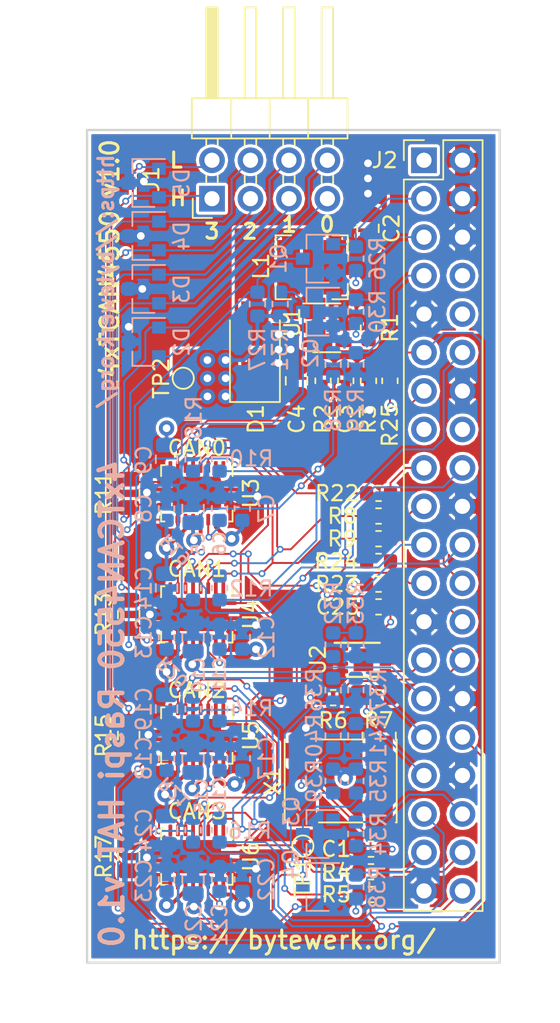
<source format=kicad_pcb>
(kicad_pcb (version 20171130) (host pcbnew 5.0.0-fee4fd1~66~ubuntu18.04.1)
  (layers (0 F.Cu signal) (1 In1.Cu signal) (2 In2.Cu signal) (31 B.Cu signal) (34 B.Paste user) (35 F.Paste user) (36 B.SilkS user) (37 F.SilkS user) (38 B.Mask user) (39 F.Mask user) (44 Edge.Cuts user))
  (net 0 "")
  (net 1 VCC)
  (net 2 /CLK_40M)
  (net 3 /CAN1_H)
  (net 4 /CAN1_L)
  (net 5 /CAN2_L)
  (net 6 /CAN2_H)
  (net 7 /CAN3_H)
  (net 8 /CAN3_L)
  (net 9 /CAN0_L)
  (net 10 /CAN0_H)
  (net 11 "Net-(J2-Pad38)")
  (net 12 /CAN2/MOSI)
  (net 13 /CAN2/SCK)
  (net 14 "Net-(J2-Pad40)")
  (net 15 +3V3)
  (net 16 "Net-(J2-Pad27)")
  (net 17 "Net-(J2-Pad28)")
  (net 18 "Net-(C3-Pad2)")
  (net 19 GND)
  (net 20 "Net-(J2-Pad19)")
  (net 21 /CAN0/MOSI)
  (net 22 "Net-(J2-Pad23)")
  (net 23 /CAN0/SCK)
  (net 24 +5V)
  (net 25 "Net-(R1-Pad2)")
  (net 26 /CAN0/MISO)
  (net 27 "Net-(R10-Pad1)")
  (net 28 "Net-(R12-Pad1)")
  (net 29 /CAN2/MISO)
  (net 30 "Net-(R14-Pad1)")
  (net 31 "Net-(R16-Pad1)")
  (net 32 "Net-(D1-Pad2)")
  (net 33 /CAN3/CS)
  (net 34 "/Raspi HAT/CAN3_INT")
  (net 35 "Net-(U6-Pad15)")
  (net 36 "Net-(C20-Pad1)")
  (net 37 "Net-(C22-Pad1)")
  (net 38 "Net-(C7-Pad1)")
  (net 39 "Net-(C5-Pad1)")
  (net 40 "Net-(U3-Pad15)")
  (net 41 "/Raspi HAT/CAN0_INT")
  (net 42 /CAN0/CS)
  (net 43 /CAN1/CS)
  (net 44 "/Raspi HAT/CAN1_INT")
  (net 45 "Net-(U4-Pad15)")
  (net 46 "Net-(C10-Pad1)")
  (net 47 "Net-(C12-Pad1)")
  (net 48 "Net-(C17-Pad1)")
  (net 49 "Net-(C15-Pad1)")
  (net 50 "Net-(U5-Pad15)")
  (net 51 "/Raspi HAT/CAN2_INT")
  (net 52 /CAN2/CS)
  (net 53 "Net-(X1-Pad1)")
  (net 54 "Net-(J2-Pad8)")
  (net 55 "Net-(J2-Pad10)")
  (net 56 "Net-(J2-Pad15)")
  (net 57 "Net-(J2-Pad16)")
  (net 58 "Net-(U6-Pad9)")
  (net 59 "Net-(U4-Pad9)")
  (net 60 "Net-(U3-Pad9)")
  (net 61 "Net-(U5-Pad9)")
  (net 62 "Net-(U3-Pad3)")
  (net 63 "Net-(U3-Pad2)")
  (net 64 "Net-(U4-Pad3)")
  (net 65 "Net-(U4-Pad2)")
  (net 66 "Net-(U5-Pad3)")
  (net 67 "Net-(U5-Pad2)")
  (net 68 "Net-(U6-Pad3)")
  (net 69 "Net-(U6-Pad2)")
  (net 70 "/Raspi HAT/CAN1_IS_AWAKE")
  (net 71 "Net-(Q4-Pad3)")
  (net 72 "/Raspi HAT/CAN1_WAKE")
  (net 73 "/Raspi HAT/CAN0_IS_AWAKE")
  (net 74 "/Raspi HAT/CAN2_WAKE")
  (net 75 "Net-(Q3-Pad3)")
  (net 76 "/Raspi HAT/CAN0_WAKE")
  (net 77 "/Raspi HAT/CAN3_IS_AWAKE")
  (net 78 "Net-(Q2-Pad3)")
  (net 79 "/Raspi HAT/CAN3_WAKE")
  (net 80 "/Raspi HAT/CAN2_IS_AWAKE")
  (net 81 "Net-(Q1-Pad3)")
  (net 82 "Net-(U6-Pad19)")
  (net 83 "Net-(U5-Pad19)")
  (net 84 "Net-(U4-Pad19)")
  (net 85 "Net-(U3-Pad19)")
  (module Resistor_SMD:R_0603_1608Metric (layer B.Cu) (at 148.5 81.5 90)
    (fp_text reference R31 (at -3 0 90) (layer B.SilkS) (effects (justify mirror)))
    (fp_text value 10K)
    (pad 1 smd roundrect (at -0.7875 0 90) (size 0.875 0.95) (layers B.Cu B.Paste B.Mask) (net 1 VCC))
    (pad 2 smd roundrect (at 0.7875 0 90) (size 0.875 0.95) (layers B.Cu B.Paste B.Mask) (net 78 "Net-(Q2-Pad3)"))
  )
  (module Resistor_SMD:R_0603_1608Metric (layer B.Cu) (at 153.5 120 90)
    (fp_text reference R38 (at 0 1.43 90) (layer B.SilkS) (effects (justify mirror)))
    (fp_text value 10K)
    (pad 2 smd roundrect (at 0.7875 0 90) (size 0.875 0.95) (layers B.Cu B.Paste B.Mask) (net 79 "/Raspi HAT/CAN3_WAKE"))
    (pad 1 smd roundrect (at -0.7875 0 90) (size 0.875 0.95) (layers B.Cu B.Paste B.Mask) (net 15 +3V3))
  )
  (module Package_TO_SOT_SMD:SOT-23 (layer B.Cu) (at 151 82 180)
    (fp_text reference Q2 (at 0.5 -2.75 270) (layer B.SilkS) (effects (justify mirror)))
    (fp_text value 2N7002)
    (pad 1 smd rect (at -1 0.95 180) (size 0.9 0.8) (layers B.Cu B.Paste B.Mask) (net 72 "/Raspi HAT/CAN1_WAKE"))
    (pad 2 smd rect (at -1 -0.95 180) (size 0.9 0.8) (layers B.Cu B.Paste B.Mask) (net 19 GND))
    (pad 3 smd rect (at 1 0 180) (size 0.9 0.8) (layers B.Cu B.Paste B.Mask) (net 78 "Net-(Q2-Pad3)"))
  )
  (module Resistor_SMD:R_0603_1608Metric (layer B.Cu) (at 152 110 90)
    (fp_text reference R40 (at 0 -1.25 90) (layer B.SilkS) (effects (justify mirror)))
    (fp_text value 5K6)
    (pad 2 smd roundrect (at 0.7875 0 90) (size 0.875 0.95) (layers B.Cu B.Paste B.Mask) (net 77 "/Raspi HAT/CAN3_IS_AWAKE"))
    (pad 1 smd roundrect (at -0.7875 0 90) (size 0.875 0.95) (layers B.Cu B.Paste B.Mask) (net 36 "Net-(C20-Pad1)"))
  )
  (module Resistor_SMD:R_0603_1608Metric (layer B.Cu) (at 153.5 110 270)
    (fp_text reference R41 (at 0 -1.5 270) (layer B.SilkS) (effects (justify mirror)))
    (fp_text value 10K)
    (pad 1 smd roundrect (at -0.7875 0 270) (size 0.875 0.95) (layers B.Cu B.Paste B.Mask) (net 77 "/Raspi HAT/CAN3_IS_AWAKE"))
    (pad 2 smd roundrect (at 0.7875 0 270) (size 0.875 0.95) (layers B.Cu B.Paste B.Mask) (net 19 GND))
  )
  (module Resistor_SMD:R_0603_1608Metric (layer B.Cu) (at 153.5 107 270)
    (fp_text reference R37 (at 0 -1.5 270) (layer B.SilkS) (effects (justify mirror)))
    (fp_text value 10K)
    (pad 1 smd roundrect (at -0.7875 0 270) (size 0.875 0.95) (layers B.Cu B.Paste B.Mask) (net 80 "/Raspi HAT/CAN2_IS_AWAKE"))
    (pad 2 smd roundrect (at 0.7875 0 270) (size 0.875 0.95) (layers B.Cu B.Paste B.Mask) (net 19 GND))
  )
  (module Resistor_SMD:R_0603_1608Metric (layer B.Cu) (at 153.5 78.5 90)
    (fp_text reference R26 (at 0 1.43 90) (layer B.SilkS) (effects (justify mirror)))
    (fp_text value 10K)
    (pad 2 smd roundrect (at 0.7875 0 90) (size 0.875 0.95) (layers B.Cu B.Paste B.Mask) (net 76 "/Raspi HAT/CAN0_WAKE"))
    (pad 1 smd roundrect (at -0.7875 0 90) (size 0.875 0.95) (layers B.Cu B.Paste B.Mask) (net 15 +3V3))
  )
  (module Resistor_SMD:R_0603_1608Metric (layer B.Cu) (at 153.5 113 270)
    (fp_text reference R35 (at 0 -1.5 90) (layer B.SilkS) (effects (justify mirror)))
    (fp_text value 10K)
    (pad 1 smd roundrect (at -0.7875 0 270) (size 0.875 0.95) (layers B.Cu B.Paste B.Mask) (net 1 VCC))
    (pad 2 smd roundrect (at 0.7875 0 270) (size 0.875 0.95) (layers B.Cu B.Paste B.Mask) (net 75 "Net-(Q3-Pad3)"))
  )
  (module Resistor_SMD:R_0603_1608Metric (layer B.Cu) (at 152 113 270)
    (fp_text reference R39 (at 0 1.25 90) (layer B.SilkS) (effects (justify mirror)))
    (fp_text value 10K)
    (pad 1 smd roundrect (at -0.7875 0 270) (size 0.875 0.95) (layers B.Cu B.Paste B.Mask) (net 1 VCC))
    (pad 2 smd roundrect (at 0.7875 0 270) (size 0.875 0.95) (layers B.Cu B.Paste B.Mask) (net 71 "Net-(Q4-Pad3)"))
  )
  (module Resistor_SMD:R_0603_1608Metric (layer B.Cu) (at 153.5 116.5 90)
    (fp_text reference R34 (at 0 1.5 90) (layer B.SilkS) (effects (justify mirror)))
    (fp_text value 10K)
    (pad 2 smd roundrect (at 0.7875 0 90) (size 0.875 0.95) (layers B.Cu B.Paste B.Mask) (net 74 "/Raspi HAT/CAN2_WAKE"))
    (pad 1 smd roundrect (at -0.7875 0 90) (size 0.875 0.95) (layers B.Cu B.Paste B.Mask) (net 15 +3V3))
  )
  (module Resistor_SMD:R_0603_1608Metric (layer B.Cu) (at 153.5 104 270)
    (fp_text reference R33 (at -2.75 0 270) (layer B.SilkS) (effects (justify mirror)))
    (fp_text value 10K)
    (pad 1 smd roundrect (at -0.7875 0 270) (size 0.875 0.95) (layers B.Cu B.Paste B.Mask) (net 70 "/Raspi HAT/CAN1_IS_AWAKE"))
    (pad 2 smd roundrect (at 0.7875 0 270) (size 0.875 0.95) (layers B.Cu B.Paste B.Mask) (net 19 GND))
  )
  (module Resistor_SMD:R_0603_1608Metric (layer B.Cu) (at 152 104 90)
    (fp_text reference R32 (at 2.75 0 90) (layer B.SilkS) (effects (justify mirror)))
    (fp_text value 5K6)
    (pad 2 smd roundrect (at 0.7875 0 90) (size 0.875 0.95) (layers B.Cu B.Paste B.Mask) (net 70 "/Raspi HAT/CAN1_IS_AWAKE"))
    (pad 1 smd roundrect (at -0.7875 0 90) (size 0.875 0.95) (layers B.Cu B.Paste B.Mask) (net 46 "Net-(C10-Pad1)"))
  )
  (module Resistor_SMD:R_0603_1608Metric (layer B.Cu) (at 153.5 82 90)
    (fp_text reference R30 (at 0 1.43 90) (layer B.SilkS) (effects (justify mirror)))
    (fp_text value 10K)
    (pad 2 smd roundrect (at 0.7875 0 90) (size 0.875 0.95) (layers B.Cu B.Paste B.Mask) (net 72 "/Raspi HAT/CAN1_WAKE"))
    (pad 1 smd roundrect (at -0.7875 0 90) (size 0.875 0.95) (layers B.Cu B.Paste B.Mask) (net 15 +3V3))
  )
  (module Resistor_SMD:R_0603_1608Metric (layer B.Cu) (at 153.5 85.5 270)
    (fp_text reference R29 (at 3 0 270) (layer B.SilkS) (effects (justify mirror)))
    (fp_text value 10K)
    (pad 1 smd roundrect (at -0.7875 0 270) (size 0.875 0.95) (layers B.Cu B.Paste B.Mask) (net 73 "/Raspi HAT/CAN0_IS_AWAKE"))
    (pad 2 smd roundrect (at 0.7875 0 270) (size 0.875 0.95) (layers B.Cu B.Paste B.Mask) (net 19 GND))
  )
  (module Resistor_SMD:R_0603_1608Metric (layer B.Cu) (at 147 81.5 90)
    (fp_text reference R27 (at -3 0 90) (layer B.SilkS) (effects (justify mirror)))
    (fp_text value 10K)
    (pad 2 smd roundrect (at 0.7875 0 90) (size 0.875 0.95) (layers B.Cu B.Paste B.Mask) (net 81 "Net-(Q1-Pad3)"))
    (pad 1 smd roundrect (at -0.7875 0 90) (size 0.875 0.95) (layers B.Cu B.Paste B.Mask) (net 1 VCC))
  )
  (module Resistor_SMD:R_0603_1608Metric (layer B.Cu) (at 152 85.5 90)
    (fp_text reference R28 (at -3 0 90) (layer B.SilkS) (effects (justify mirror)))
    (fp_text value 5K6)
    (pad 1 smd roundrect (at -0.7875 0 90) (size 0.875 0.95) (layers B.Cu B.Paste B.Mask) (net 39 "Net-(C5-Pad1)"))
    (pad 2 smd roundrect (at 0.7875 0 90) (size 0.875 0.95) (layers B.Cu B.Paste B.Mask) (net 73 "/Raspi HAT/CAN0_IS_AWAKE"))
  )
  (module Resistor_SMD:R_0603_1608Metric (layer B.Cu) (at 152 107 90)
    (fp_text reference R36 (at 0 -1.25 90) (layer B.SilkS) (effects (justify mirror)))
    (fp_text value 5K6)
    (pad 2 smd roundrect (at 0.7875 0 90) (size 0.875 0.95) (layers B.Cu B.Paste B.Mask) (net 80 "/Raspi HAT/CAN2_IS_AWAKE"))
    (pad 1 smd roundrect (at -0.7875 0 90) (size 0.875 0.95) (layers B.Cu B.Paste B.Mask) (net 49 "Net-(C15-Pad1)"))
  )
  (module Package_TO_SOT_SMD:SOT-23 (layer B.Cu) (at 151 120 180)
    (fp_text reference Q4 (at 1.8 1.5 270) (layer B.SilkS) (effects (justify mirror)))
    (fp_text value 2N7002)
    (pad 1 smd rect (at -1 0.95 180) (size 0.9 0.8) (layers B.Cu B.Paste B.Mask) (net 79 "/Raspi HAT/CAN3_WAKE"))
    (pad 2 smd rect (at -1 -0.95 180) (size 0.9 0.8) (layers B.Cu B.Paste B.Mask) (net 19 GND))
    (pad 3 smd rect (at 1 0 180) (size 0.9 0.8) (layers B.Cu B.Paste B.Mask) (net 71 "Net-(Q4-Pad3)"))
  )
  (module Package_TO_SOT_SMD:SOT-23 (layer B.Cu) (at 151 116.5 180)
    (fp_text reference Q3 (at 1.75 1.5 270) (layer B.SilkS) (effects (justify mirror)))
    (fp_text value 2N7002)
    (pad 3 smd rect (at 1 0 180) (size 0.9 0.8) (layers B.Cu B.Paste B.Mask) (net 75 "Net-(Q3-Pad3)"))
    (pad 2 smd rect (at -1 -0.95 180) (size 0.9 0.8) (layers B.Cu B.Paste B.Mask) (net 19 GND))
    (pad 1 smd rect (at -1 0.95 180) (size 0.9 0.8) (layers B.Cu B.Paste B.Mask) (net 74 "/Raspi HAT/CAN2_WAKE"))
  )
  (module Package_TO_SOT_SMD:SOT-23 (layer B.Cu) (at 151 78.5 180)
    (fp_text reference Q1 (at 2.6 0 90) (layer B.SilkS) (effects (justify mirror)))
    (fp_text value 2N7002)
    (pad 3 smd rect (at 1 0 180) (size 0.9 0.8) (layers B.Cu B.Paste B.Mask) (net 81 "Net-(Q1-Pad3)"))
    (pad 2 smd rect (at -1 -0.95 180) (size 0.9 0.8) (layers B.Cu B.Paste B.Mask) (net 19 GND))
    (pad 1 smd rect (at -1 0.95 180) (size 0.9 0.8) (layers B.Cu B.Paste B.Mask) (net 76 "/Raspi HAT/CAN0_WAKE"))
  )
  (module Resistor_SMD:R_0603_1608Metric (layer F.Cu) (at 155 107.5)
    (fp_text reference R7 (at 0 1.5) (layer F.SilkS))
    (fp_text value 3K9)
    (pad 2 smd roundrect (at 0.7875 0) (size 0.875 0.95) (layers F.Cu F.Paste F.Mask) (net 17 "Net-(J2-Pad28)"))
    (pad 1 smd roundrect (at -0.7875 0) (size 0.875 0.95) (layers F.Cu F.Paste F.Mask) (net 15 +3V3))
  )
  (module Package_TO_SOT_SMD:SOT-23 (layer B.Cu) (at 139.5 84 180)
    (fp_text reference D2 (at -2.5 0 270) (layer B.SilkS) (effects (justify mirror)))
    (fp_text value ESDONCAN1)
    (pad 3 smd rect (at 1 0 180) (size 0.9 0.8) (layers B.Cu B.Paste B.Mask) (net 19 GND))
    (pad 2 smd rect (at -1 -0.95 180) (size 0.9 0.8) (layers B.Cu B.Paste B.Mask) (net 10 /CAN0_H))
    (pad 1 smd rect (at -1 0.95 180) (size 0.9 0.8) (layers B.Cu B.Paste B.Mask) (net 9 /CAN0_L))
  )
  (module Package_TO_SOT_SMD:SOT-23 (layer B.Cu) (at 139.5 80.5 180)
    (fp_text reference D3 (at -2.5 0 270) (layer B.SilkS) (effects (justify mirror)))
    (fp_text value ESDONCAN1)
    (pad 1 smd rect (at -1 0.95 180) (size 0.9 0.8) (layers B.Cu B.Paste B.Mask) (net 4 /CAN1_L))
    (pad 2 smd rect (at -1 -0.95 180) (size 0.9 0.8) (layers B.Cu B.Paste B.Mask) (net 3 /CAN1_H))
    (pad 3 smd rect (at 1 0 180) (size 0.9 0.8) (layers B.Cu B.Paste B.Mask) (net 19 GND))
  )
  (module Package_TO_SOT_SMD:SOT-23 (layer B.Cu) (at 139.5 73.5 180)
    (fp_text reference D5 (at -2.5 0 270) (layer B.SilkS) (effects (justify mirror)))
    (fp_text value ESDONCAN1)
    (pad 3 smd rect (at 1 0 180) (size 0.9 0.8) (layers B.Cu B.Paste B.Mask) (net 19 GND))
    (pad 2 smd rect (at -1 -0.95 180) (size 0.9 0.8) (layers B.Cu B.Paste B.Mask) (net 7 /CAN3_H))
    (pad 1 smd rect (at -1 0.95 180) (size 0.9 0.8) (layers B.Cu B.Paste B.Mask) (net 8 /CAN3_L))
  )
  (module Package_TO_SOT_SMD:SOT-23 (layer B.Cu) (at 139.5 77 180)
    (fp_text reference D4 (at -2.5 0 270) (layer B.SilkS) (effects (justify mirror)))
    (fp_text value ESDONCAN1)
    (pad 1 smd rect (at -1 0.95 180) (size 0.9 0.8) (layers B.Cu B.Paste B.Mask) (net 5 /CAN2_L))
    (pad 2 smd rect (at -1 -0.95 180) (size 0.9 0.8) (layers B.Cu B.Paste B.Mask) (net 6 /CAN2_H))
    (pad 3 smd rect (at 1 0 180) (size 0.9 0.8) (layers B.Cu B.Paste B.Mask) (net 19 GND))
  )
  (module Resistor_SMD:R_0603_1608Metric (layer F.Cu) (at 155.75 86.56941 90)
    (fp_text reference R25 (at -2.93059 0 90) (layer F.SilkS))
    (fp_text value 10K)
    (pad 2 smd roundrect (at 0.7875 0 90) (size 0.875 0.95) (layers F.Cu F.Paste F.Mask) (net 33 /CAN3/CS))
    (pad 1 smd roundrect (at -0.7875 0 90) (size 0.875 0.95) (layers F.Cu F.Paste F.Mask) (net 15 +3V3))
  )
  (module Resistor_SMD:R_0603_1608Metric (layer F.Cu) (at 155 98.5 180)
    (fp_text reference R24 (at 2.8 0 180) (layer F.SilkS))
    (fp_text value 10K)
    (pad 1 smd roundrect (at -0.7875 0 180) (size 0.875 0.95) (layers F.Cu F.Paste F.Mask) (net 15 +3V3))
    (pad 2 smd roundrect (at 0.7875 0 180) (size 0.875 0.95) (layers F.Cu F.Paste F.Mask) (net 52 /CAN2/CS))
  )
  (module Resistor_SMD:R_0603_1608Metric (layer F.Cu) (at 155 100)
    (fp_text reference R23 (at -2.75 0) (layer F.SilkS))
    (fp_text value 10K)
    (pad 2 smd roundrect (at 0.7875 0) (size 0.875 0.95) (layers F.Cu F.Paste F.Mask) (net 43 /CAN1/CS))
    (pad 1 smd roundrect (at -0.7875 0) (size 0.875 0.95) (layers F.Cu F.Paste F.Mask) (net 15 +3V3))
  )
  (module Resistor_SMD:R_0603_1608Metric (layer F.Cu) (at 155 94 180)
    (fp_text reference R22 (at 2.75 0 180) (layer F.SilkS))
    (fp_text value 10K)
    (pad 1 smd roundrect (at -0.7875 0 180) (size 0.875 0.95) (layers F.Cu F.Paste F.Mask) (net 15 +3V3))
    (pad 2 smd roundrect (at 0.7875 0 180) (size 0.875 0.95) (layers F.Cu F.Paste F.Mask) (net 42 /CAN0/CS))
  )
  (module Package_DFN_QFN:DFN-8-1EP_3x2mm_P0.5mm_EP1.3x1.5mm (layer F.Cu) (at 154 105)
    (fp_text reference U2 (at -3 0 90) (layer F.SilkS))
    (fp_text value AT24CS64-MAHM)
    (pad 9 smd rect (at 0 0) (size 1.3 1.5) (layers F.Cu F.Mask))
    (pad 8 smd rect (at 1.45 -0.75) (size 0.75 0.3) (layers F.Cu F.Paste F.Mask) (net 15 +3V3))
    (pad 7 smd rect (at 1.45 -0.25) (size 0.75 0.3) (layers F.Cu F.Paste F.Mask) (net 19 GND))
    (pad 6 smd rect (at 1.45 0.25) (size 0.75 0.3) (layers F.Cu F.Paste F.Mask) (net 17 "Net-(J2-Pad28)"))
    (pad 5 smd rect (at 1.45 0.75) (size 0.75 0.3) (layers F.Cu F.Paste F.Mask) (net 16 "Net-(J2-Pad27)"))
    (pad 4 smd rect (at -1.45 0.75) (size 0.75 0.3) (layers F.Cu F.Paste F.Mask) (net 19 GND))
    (pad 3 smd rect (at -1.45 0.25) (size 0.75 0.3) (layers F.Cu F.Paste F.Mask) (net 19 GND))
    (pad 2 smd rect (at -1.45 -0.25) (size 0.75 0.3) (layers F.Cu F.Paste F.Mask) (net 19 GND))
    (pad 1 smd rect (at -1.45 -0.75) (size 0.75 0.3) (layers F.Cu F.Paste F.Mask) (net 19 GND))
  )
  (module Resistor_SMD:R_0603_1608Metric (layer B.Cu) (at 142.75 116.25 270)
    (fp_text reference R21 (at -2.5 1.25 135 unlocked) (layer B.SilkS) (effects (font (size 0.8 0.8)) (justify mirror)))
    (fp_text value 10K)
    (pad 2 smd roundrect (at 0.7875 0 270) (size 0.875 0.95) (layers B.Cu B.Paste B.Mask) (net 34 "/Raspi HAT/CAN3_INT"))
    (pad 1 smd roundrect (at -0.7875 0 270) (size 0.875 0.95) (layers B.Cu B.Paste B.Mask) (net 15 +3V3))
  )
  (module Resistor_SMD:R_0603_1608Metric (layer B.Cu) (at 142.75 91.75 90)
    (fp_text reference R18 (at 2.75 0.05 90) (layer B.SilkS) (effects (justify mirror)))
    (fp_text value 10K)
    (pad 2 smd roundrect (at 0.7875 0 90) (size 0.875 0.95) (layers B.Cu B.Paste B.Mask) (net 41 "/Raspi HAT/CAN0_INT"))
    (pad 1 smd roundrect (at -0.7875 0 90) (size 0.875 0.95) (layers B.Cu B.Paste B.Mask) (net 15 +3V3))
  )
  (module Resistor_SMD:R_0603_1608Metric (layer B.Cu) (at 142.75 100.25 90)
    (fp_text reference R19 (at 2.55 -1.15 135 unlocked) (layer B.SilkS) (effects (font (size 0.8 0.8)) (justify mirror)))
    (fp_text value 10K)
    (pad 2 smd roundrect (at 0.7875 0 90) (size 0.875 0.95) (layers B.Cu B.Paste B.Mask) (net 44 "/Raspi HAT/CAN1_INT"))
    (pad 1 smd roundrect (at -0.7875 0 90) (size 0.875 0.95) (layers B.Cu B.Paste B.Mask) (net 15 +3V3))
  )
  (module Resistor_SMD:R_0603_1608Metric (layer B.Cu) (at 142.75 108.25 90)
    (fp_text reference R20 (at 2.45 -1.35 135 unlocked) (layer B.SilkS) (effects (font (size 0.8 0.8)) (justify mirror)))
    (fp_text value 10K)
    (pad 2 smd roundrect (at 0.7875 0 90) (size 0.875 0.95) (layers B.Cu B.Paste B.Mask) (net 51 "/Raspi HAT/CAN2_INT"))
    (pad 1 smd roundrect (at -0.7875 0 90) (size 0.875 0.95) (layers B.Cu B.Paste B.Mask) (net 15 +3V3))
  )
  (module TestPoint:TestPoint_Pad_D1.0mm (layer F.Cu) (at 150 117.3)
    (fp_text reference TP1 (at 0 2.1 90) (layer F.SilkS))
    (fp_text value TestPoint)
    (pad 1 smd circle (at 0 0) (size 1 1) (layers F.Cu F.Mask) (net 2 /CLK_40M))
  )
  (module TestPoint:TestPoint_Pad_D1.0mm (layer F.Cu) (at 142.1 86.4 90)
    (fp_text reference TP2 (at 0 -1.448 90) (layer F.SilkS))
    (fp_text value TestPoint)
    (pad 1 smd circle (at 0 0 90) (size 1 1) (layers F.Cu F.Mask) (net 1 VCC))
  )
  (module Capacitor_SMD:C_0603_1608Metric (layer F.Cu) (at 155 101.5 180)
    (fp_text reference C25 (at 2.7 0 180) (layer F.SilkS))
    (fp_text value 100nF)
    (pad 2 smd roundrect (at 0.7875 0 180) (size 0.875 0.95) (layers F.Cu F.Paste F.Mask) (net 19 GND))
    (pad 1 smd roundrect (at -0.7875 0 180) (size 0.875 0.95) (layers F.Cu F.Paste F.Mask) (net 15 +3V3))
  )
  (module Capacitor_SMD:C_0603_1608Metric (layer B.Cu) (at 144.5 119.5 90)
    (fp_text reference C21 (at -3 0 90) (layer B.SilkS) (effects (justify mirror)))
    (fp_text value 100nF)
    (pad 2 smd roundrect (at 0.7875 0 90) (size 0.875 0.95) (layers B.Cu B.Paste B.Mask) (net 19 GND))
    (pad 1 smd roundrect (at -0.7875 0 90) (size 0.875 0.95) (layers B.Cu B.Paste B.Mask) (net 15 +3V3))
  )
  (module Capacitor_SMD:C_0603_1608Metric (layer F.Cu) (at 154.5 117.5 180)
    (fp_text reference C1 (at 2.3 0 180) (layer F.SilkS))
    (fp_text value 100nF)
    (pad 2 smd roundrect (at 0.7875 0 180) (size 0.875 0.95) (layers F.Cu F.Paste F.Mask) (net 19 GND))
    (pad 1 smd roundrect (at -0.7875 0 180) (size 0.875 0.95) (layers F.Cu F.Paste F.Mask) (net 15 +3V3))
  )
  (module Capacitor_SMD:C_0603_1608Metric (layer F.Cu) (at 152.834228 86.56941 90)
    (fp_text reference C3 (at -2.53059 -0.034228 90) (layer F.SilkS))
    (fp_text value 470pF)
    (pad 2 smd roundrect (at 0.7875 0 90) (size 0.875 0.95) (layers F.Cu F.Paste F.Mask) (net 18 "Net-(C3-Pad2)"))
    (pad 1 smd roundrect (at -0.7875 0 90) (size 0.875 0.95) (layers F.Cu F.Paste F.Mask) (net 1 VCC))
  )
  (module Capacitor_SMD:C_0603_1608Metric (layer B.Cu) (at 141 119.5 90)
    (fp_text reference C23 (at -0.1 -1.5 90) (layer B.SilkS) (effects (justify mirror)))
    (fp_text value 100nF)
    (pad 2 smd roundrect (at 0.7875 0 90) (size 0.875 0.95) (layers B.Cu B.Paste B.Mask) (net 19 GND))
    (pad 1 smd roundrect (at -0.7875 0 90) (size 0.875 0.95) (layers B.Cu B.Paste B.Mask) (net 1 VCC))
  )
  (module Capacitor_SMD:C_0603_1608Metric (layer B.Cu) (at 146 119.5 90)
    (fp_text reference C22 (at 0 1.6 90) (layer B.SilkS) (effects (justify mirror)))
    (fp_text value 1uF)
    (pad 2 smd roundrect (at 0.7875 0 90) (size 0.875 0.95) (layers B.Cu B.Paste B.Mask) (net 19 GND))
    (pad 1 smd roundrect (at -0.7875 0 90) (size 0.875 0.95) (layers B.Cu B.Paste B.Mask) (net 37 "Net-(C22-Pad1)"))
  )
  (module Capacitor_SMD:C_0603_1608Metric (layer B.Cu) (at 144.5 95 90)
    (fp_text reference C6 (at -2.3 0 90) (layer B.SilkS) (effects (font (size 0.8 0.8)) (justify mirror)))
    (fp_text value 100nF)
    (pad 2 smd roundrect (at 0.7875 0 90) (size 0.875 0.95) (layers B.Cu B.Paste B.Mask) (net 19 GND))
    (pad 1 smd roundrect (at -0.7875 0 90) (size 0.875 0.95) (layers B.Cu B.Paste B.Mask) (net 15 +3V3))
  )
  (module Capacitor_SMD:C_0603_1608Metric (layer B.Cu) (at 146 95 90)
    (fp_text reference C7 (at 0 1.6 90) (layer B.SilkS) (effects (justify mirror)))
    (fp_text value 1uF)
    (pad 2 smd roundrect (at 0.7875 0 90) (size 0.875 0.95) (layers B.Cu B.Paste B.Mask) (net 19 GND))
    (pad 1 smd roundrect (at -0.7875 0 90) (size 0.875 0.95) (layers B.Cu B.Paste B.Mask) (net 38 "Net-(C7-Pad1)"))
  )
  (module Capacitor_SMD:C_0603_1608Metric (layer B.Cu) (at 141 95 90)
    (fp_text reference C8 (at 0 -1.5 90) (layer B.SilkS) (effects (justify mirror)))
    (fp_text value 100nF)
    (pad 2 smd roundrect (at 0.7875 0 90) (size 0.875 0.95) (layers B.Cu B.Paste B.Mask) (net 19 GND))
    (pad 1 smd roundrect (at -0.7875 0 90) (size 0.875 0.95) (layers B.Cu B.Paste B.Mask) (net 1 VCC))
  )
  (module Capacitor_SMD:C_0603_1608Metric (layer B.Cu) (at 146 111.5 90)
    (fp_text reference C17 (at 0 1.6 90) (layer B.SilkS) (effects (justify mirror)))
    (fp_text value 1uF)
    (pad 2 smd roundrect (at 0.7875 0 90) (size 0.875 0.95) (layers B.Cu B.Paste B.Mask) (net 19 GND))
    (pad 1 smd roundrect (at -0.7875 0 90) (size 0.875 0.95) (layers B.Cu B.Paste B.Mask) (net 48 "Net-(C17-Pad1)"))
  )
  (module Capacitor_SMD:C_0603_1608Metric (layer B.Cu) (at 144.5 103.5 90)
    (fp_text reference C11 (at -2.5 0 90) (layer B.SilkS) (effects (font (size 0.8 0.8)) (justify mirror)))
    (fp_text value 100nF)
    (pad 2 smd roundrect (at 0.7875 0 90) (size 0.875 0.95) (layers B.Cu B.Paste B.Mask) (net 19 GND))
    (pad 1 smd roundrect (at -0.7875 0 90) (size 0.875 0.95) (layers B.Cu B.Paste B.Mask) (net 15 +3V3))
  )
  (module Capacitor_SMD:C_0603_1608Metric (layer B.Cu) (at 146 103.5 90)
    (fp_text reference C12 (at 0 1.6 90) (layer B.SilkS) (effects (justify mirror)))
    (fp_text value 1uF)
    (pad 2 smd roundrect (at 0.7875 0 90) (size 0.875 0.95) (layers B.Cu B.Paste B.Mask) (net 19 GND))
    (pad 1 smd roundrect (at -0.7875 0 90) (size 0.875 0.95) (layers B.Cu B.Paste B.Mask) (net 47 "Net-(C12-Pad1)"))
  )
  (module Capacitor_SMD:C_0603_1608Metric (layer B.Cu) (at 141 103.5 90)
    (fp_text reference C13 (at 0 -1.5 90) (layer B.SilkS) (effects (justify mirror)))
    (fp_text value 100nF)
    (pad 2 smd roundrect (at 0.7875 0 90) (size 0.875 0.95) (layers B.Cu B.Paste B.Mask) (net 19 GND))
    (pad 1 smd roundrect (at -0.7875 0 90) (size 0.875 0.95) (layers B.Cu B.Paste B.Mask) (net 1 VCC))
  )
  (module Capacitor_SMD:C_0603_1608Metric (layer B.Cu) (at 141 111.5 90)
    (fp_text reference C18 (at 0 -1.5 90) (layer B.SilkS) (effects (justify mirror)))
    (fp_text value 100nF)
    (pad 2 smd roundrect (at 0.7875 0 90) (size 0.875 0.95) (layers B.Cu B.Paste B.Mask) (net 19 GND))
    (pad 1 smd roundrect (at -0.7875 0 90) (size 0.875 0.95) (layers B.Cu B.Paste B.Mask) (net 1 VCC))
  )
  (module Capacitor_SMD:C_0603_1608Metric (layer B.Cu) (at 144.5 111.5 90)
    (fp_text reference C16 (at -2.4 0 90) (layer B.SilkS) (effects (font (size 0.8 0.8)) (justify mirror)))
    (fp_text value 100nF)
    (pad 2 smd roundrect (at 0.7875 0 90) (size 0.875 0.95) (layers B.Cu B.Paste B.Mask) (net 19 GND))
    (pad 1 smd roundrect (at -0.7875 0 90) (size 0.875 0.95) (layers B.Cu B.Paste B.Mask) (net 15 +3V3))
  )
  (module Capacitor_SMD:C_0805_2012Metric (layer B.Cu) (at 141 91.75 270)
    (fp_text reference C9 (at 0.05 1.5 270) (layer B.SilkS) (effects (justify mirror)))
    (fp_text value 10uF/10V)
    (pad 2 smd roundrect (at 0.9375 0 270) (size 0.975 1.4) (layers B.Cu B.Paste B.Mask) (net 19 GND))
    (pad 1 smd roundrect (at -0.9375 0 270) (size 0.975 1.4) (layers B.Cu B.Paste B.Mask) (net 1 VCC))
  )
  (module Capacitor_SMD:C_0805_2012Metric (layer B.Cu) (at 141 100.25 270)
    (fp_text reference C14 (at 0 1.5 270) (layer B.SilkS) (effects (justify mirror)))
    (fp_text value 10uF/10V)
    (pad 2 smd roundrect (at 0.9375 0 270) (size 0.975 1.4) (layers B.Cu B.Paste B.Mask) (net 19 GND))
    (pad 1 smd roundrect (at -0.9375 0 270) (size 0.975 1.4) (layers B.Cu B.Paste B.Mask) (net 1 VCC))
  )
  (module Capacitor_SMD:C_0805_2012Metric (layer F.Cu) (at 154.3 76.5 90)
    (fp_text reference C2 (at 0 1.565772 90) (layer F.SilkS))
    (fp_text value 10uF/10V)
    (pad 2 smd roundrect (at 0.9375 0 90) (size 0.975 1.4) (layers F.Cu F.Paste F.Mask) (net 19 GND))
    (pad 1 smd roundrect (at -0.9375 0 90) (size 0.975 1.4) (layers F.Cu F.Paste F.Mask) (net 24 +5V))
  )
  (module Capacitor_SMD:C_0805_2012Metric (layer F.Cu) (at 149.584228 86.56941 90)
    (fp_text reference C4 (at -2.53059 0.015772 90) (layer F.SilkS))
    (fp_text value 10uF/10V)
    (pad 2 smd roundrect (at 0.9375 0 90) (size 0.975 1.4) (layers F.Cu F.Paste F.Mask) (net 19 GND))
    (pad 1 smd roundrect (at -0.9375 0 90) (size 0.975 1.4) (layers F.Cu F.Paste F.Mask) (net 1 VCC))
  )
  (module Capacitor_SMD:C_0805_2012Metric (layer B.Cu) (at 142.75 95 90)
    (fp_text reference C5 (at -2.3 0.35 90) (layer B.SilkS) (effects (font (size 0.8 0.8)) (justify mirror)))
    (fp_text value 10uF/10V)
    (pad 2 smd roundrect (at 0.9375 0 90) (size 0.975 1.4) (layers B.Cu B.Paste B.Mask) (net 19 GND))
    (pad 1 smd roundrect (at -0.9375 0 90) (size 0.975 1.4) (layers B.Cu B.Paste B.Mask) (net 39 "Net-(C5-Pad1)"))
  )
  (module Capacitor_SMD:C_0805_2012Metric (layer B.Cu) (at 142.75 103.5 90)
    (fp_text reference C10 (at -2.5 0.35 90) (layer B.SilkS) (effects (font (size 0.8 0.8)) (justify mirror)))
    (fp_text value 10uF/10V)
    (pad 2 smd roundrect (at 0.9375 0 90) (size 0.975 1.4) (layers B.Cu B.Paste B.Mask) (net 19 GND))
    (pad 1 smd roundrect (at -0.9375 0 90) (size 0.975 1.4) (layers B.Cu B.Paste B.Mask) (net 46 "Net-(C10-Pad1)"))
  )
  (module Capacitor_SMD:C_0805_2012Metric (layer B.Cu) (at 142.75 111.5 90)
    (fp_text reference C15 (at -2.5 0.55 90) (layer B.SilkS) (effects (font (size 0.8 0.8)) (justify mirror)))
    (fp_text value 10uF/10V)
    (pad 2 smd roundrect (at 0.9375 0 90) (size 0.975 1.4) (layers B.Cu B.Paste B.Mask) (net 19 GND))
    (pad 1 smd roundrect (at -0.9375 0 90) (size 0.975 1.4) (layers B.Cu B.Paste B.Mask) (net 49 "Net-(C15-Pad1)"))
  )
  (module Capacitor_SMD:C_0805_2012Metric (layer B.Cu) (at 141 116.25 270)
    (fp_text reference C24 (at 0 1.5 270) (layer B.SilkS) (effects (justify mirror)))
    (fp_text value 10uF/10V)
    (pad 2 smd roundrect (at 0.9375 0 270) (size 0.975 1.4) (layers B.Cu B.Paste B.Mask) (net 19 GND))
    (pad 1 smd roundrect (at -0.9375 0 270) (size 0.975 1.4) (layers B.Cu B.Paste B.Mask) (net 1 VCC))
  )
  (module Capacitor_SMD:C_0805_2012Metric (layer B.Cu) (at 142.75 119.5 90)
    (fp_text reference C20 (at -3 0.05 90) (layer B.SilkS) (effects (justify mirror)))
    (fp_text value 10uF/10V)
    (pad 2 smd roundrect (at 0.9375 0 90) (size 0.975 1.4) (layers B.Cu B.Paste B.Mask) (net 19 GND))
    (pad 1 smd roundrect (at -0.9375 0 90) (size 0.975 1.4) (layers B.Cu B.Paste B.Mask) (net 36 "Net-(C20-Pad1)"))
  )
  (module Capacitor_SMD:C_0805_2012Metric (layer B.Cu) (at 141 108.25 270)
    (fp_text reference C19 (at 0 1.5 270) (layer B.SilkS) (effects (justify mirror)))
    (fp_text value 10uF/10V)
    (pad 2 smd roundrect (at 0.9375 0 270) (size 0.975 1.4) (layers B.Cu B.Paste B.Mask) (net 19 GND))
    (pad 1 smd roundrect (at -0.9375 0 270) (size 0.975 1.4) (layers B.Cu B.Paste B.Mask) (net 1 VCC))
  )
  (module Connector_PinHeader_2.54mm:PinHeader_2x04_P2.54mm_Horizontal (layer F.Cu) (at 144 74.54 90)
    (fp_text reference J1 (at 1.29 -4 270) (layer F.SilkS))
    (fp_text value Conn_02x04_Odd_Even)
    (pad 8 thru_hole oval (at 2.54 7.62 90) (size 1.7 1.7) (drill 1) (layers *.Cu *.Mask) (net 9 /CAN0_L))
    (pad 7 thru_hole oval (at 0 7.62 90) (size 1.7 1.7) (drill 1) (layers *.Cu *.Mask) (net 10 /CAN0_H))
    (pad 6 thru_hole oval (at 2.54 5.08 90) (size 1.7 1.7) (drill 1) (layers *.Cu *.Mask) (net 4 /CAN1_L))
    (pad 5 thru_hole oval (at 0 5.08 90) (size 1.7 1.7) (drill 1) (layers *.Cu *.Mask) (net 3 /CAN1_H))
    (pad 4 thru_hole oval (at 2.54 2.54 90) (size 1.7 1.7) (drill 1) (layers *.Cu *.Mask) (net 5 /CAN2_L))
    (pad 3 thru_hole oval (at 0 2.54 90) (size 1.7 1.7) (drill 1) (layers *.Cu *.Mask) (net 6 /CAN2_H))
    (pad 2 thru_hole oval (at 2.54 0 90) (size 1.7 1.7) (drill 1) (layers *.Cu *.Mask) (net 8 /CAN3_L))
    (pad 1 thru_hole rect (at 0 0 90) (size 1.7 1.7) (drill 1) (layers *.Cu *.Mask) (net 7 /CAN3_H))
  )
  (module Connector_PinHeader_2.54mm:PinHeader_2x20_P2.54mm_Vertical (layer F.Cu) (at 158 72)
    (fp_text reference J2 (at -2.6 0) (layer F.SilkS))
    (fp_text value Raspberry_Pi_2_3)
    (pad 40 thru_hole oval (at 2.54 48.26) (size 1.7 1.7) (drill 1) (layers *.Cu *.Mask) (net 14 "Net-(J2-Pad40)"))
    (pad 39 thru_hole oval (at 0 48.26) (size 1.7 1.7) (drill 1) (layers *.Cu *.Mask) (net 19 GND))
    (pad 38 thru_hole oval (at 2.54 45.72) (size 1.7 1.7) (drill 1) (layers *.Cu *.Mask) (net 11 "Net-(J2-Pad38)"))
    (pad 37 thru_hole oval (at 0 45.72) (size 1.7 1.7) (drill 1) (layers *.Cu *.Mask) (net 79 "/Raspi HAT/CAN3_WAKE"))
    (pad 36 thru_hole oval (at 2.54 43.18) (size 1.7 1.7) (drill 1) (layers *.Cu *.Mask) (net 74 "/Raspi HAT/CAN2_WAKE"))
    (pad 35 thru_hole oval (at 0 43.18) (size 1.7 1.7) (drill 1) (layers *.Cu *.Mask) (net 29 /CAN2/MISO))
    (pad 34 thru_hole oval (at 2.54 40.64) (size 1.7 1.7) (drill 1) (layers *.Cu *.Mask) (net 19 GND))
    (pad 33 thru_hole oval (at 0 40.64) (size 1.7 1.7) (drill 1) (layers *.Cu *.Mask) (net 77 "/Raspi HAT/CAN3_IS_AWAKE"))
    (pad 32 thru_hole oval (at 2.54 38.1) (size 1.7 1.7) (drill 1) (layers *.Cu *.Mask) (net 34 "/Raspi HAT/CAN3_INT"))
    (pad 31 thru_hole oval (at 0 38.1) (size 1.7 1.7) (drill 1) (layers *.Cu *.Mask) (net 80 "/Raspi HAT/CAN2_IS_AWAKE"))
    (pad 30 thru_hole oval (at 2.54 35.56) (size 1.7 1.7) (drill 1) (layers *.Cu *.Mask) (net 19 GND))
    (pad 29 thru_hole oval (at 0 35.56) (size 1.7 1.7) (drill 1) (layers *.Cu *.Mask) (net 51 "/Raspi HAT/CAN2_INT"))
    (pad 28 thru_hole oval (at 2.54 33.02) (size 1.7 1.7) (drill 1) (layers *.Cu *.Mask) (net 17 "Net-(J2-Pad28)"))
    (pad 27 thru_hole oval (at 0 33.02) (size 1.7 1.7) (drill 1) (layers *.Cu *.Mask) (net 16 "Net-(J2-Pad27)"))
    (pad 26 thru_hole oval (at 2.54 30.48) (size 1.7 1.7) (drill 1) (layers *.Cu *.Mask) (net 43 /CAN1/CS))
    (pad 25 thru_hole oval (at 0 30.48) (size 1.7 1.7) (drill 1) (layers *.Cu *.Mask) (net 19 GND))
    (pad 24 thru_hole oval (at 2.54 27.94) (size 1.7 1.7) (drill 1) (layers *.Cu *.Mask) (net 42 /CAN0/CS))
    (pad 23 thru_hole oval (at 0 27.94) (size 1.7 1.7) (drill 1) (layers *.Cu *.Mask) (net 22 "Net-(J2-Pad23)"))
    (pad 22 thru_hole oval (at 2.54 25.4) (size 1.7 1.7) (drill 1) (layers *.Cu *.Mask) (net 70 "/Raspi HAT/CAN1_IS_AWAKE"))
    (pad 21 thru_hole oval (at 0 25.4) (size 1.7 1.7) (drill 1) (layers *.Cu *.Mask) (net 26 /CAN0/MISO))
    (pad 20 thru_hole oval (at 2.54 22.86) (size 1.7 1.7) (drill 1) (layers *.Cu *.Mask) (net 19 GND))
    (pad 19 thru_hole oval (at 0 22.86) (size 1.7 1.7) (drill 1) (layers *.Cu *.Mask) (net 20 "Net-(J2-Pad19)"))
    (pad 18 thru_hole oval (at 2.54 20.32) (size 1.7 1.7) (drill 1) (layers *.Cu *.Mask) (net 44 "/Raspi HAT/CAN1_INT"))
    (pad 17 thru_hole oval (at 0 20.32) (size 1.7 1.7) (drill 1) (layers *.Cu *.Mask) (net 15 +3V3))
    (pad 16 thru_hole oval (at 2.54 17.78) (size 1.7 1.7) (drill 1) (layers *.Cu *.Mask) (net 57 "Net-(J2-Pad16)"))
    (pad 15 thru_hole oval (at 0 17.78) (size 1.7 1.7) (drill 1) (layers *.Cu *.Mask) (net 56 "Net-(J2-Pad15)"))
    (pad 14 thru_hole oval (at 2.54 15.24) (size 1.7 1.7) (drill 1) (layers *.Cu *.Mask) (net 19 GND))
    (pad 13 thru_hole oval (at 0 15.24) (size 1.7 1.7) (drill 1) (layers *.Cu *.Mask) (net 41 "/Raspi HAT/CAN0_INT"))
    (pad 12 thru_hole oval (at 2.54 12.7) (size 1.7 1.7) (drill 1) (layers *.Cu *.Mask) (net 52 /CAN2/CS))
    (pad 11 thru_hole oval (at 0 12.7) (size 1.7 1.7) (drill 1) (layers *.Cu *.Mask) (net 33 /CAN3/CS))
    (pad 10 thru_hole oval (at 2.54 10.16) (size 1.7 1.7) (drill 1) (layers *.Cu *.Mask) (net 55 "Net-(J2-Pad10)"))
    (pad 9 thru_hole oval (at 0 10.16) (size 1.7 1.7) (drill 1) (layers *.Cu *.Mask) (net 19 GND))
    (pad 8 thru_hole oval (at 2.54 7.62) (size 1.7 1.7) (drill 1) (layers *.Cu *.Mask) (net 54 "Net-(J2-Pad8)"))
    (pad 7 thru_hole oval (at 0 7.62) (size 1.7 1.7) (drill 1) (layers *.Cu *.Mask) (net 73 "/Raspi HAT/CAN0_IS_AWAKE"))
    (pad 6 thru_hole oval (at 2.54 5.08) (size 1.7 1.7) (drill 1) (layers *.Cu *.Mask) (net 19 GND))
    (pad 5 thru_hole oval (at 0 5.08) (size 1.7 1.7) (drill 1) (layers *.Cu *.Mask) (net 72 "/Raspi HAT/CAN1_WAKE"))
    (pad 4 thru_hole oval (at 2.54 2.54) (size 1.7 1.7) (drill 1) (layers *.Cu *.Mask) (net 24 +5V))
    (pad 3 thru_hole oval (at 0 2.54) (size 1.7 1.7) (drill 1) (layers *.Cu *.Mask) (net 76 "/Raspi HAT/CAN0_WAKE"))
    (pad 2 thru_hole oval (at 2.54 0) (size 1.7 1.7) (drill 1) (layers *.Cu *.Mask) (net 24 +5V))
    (pad 1 thru_hole rect (at 0 0) (size 1.7 1.7) (drill 1) (layers *.Cu *.Mask) (net 15 +3V3))
  )
  (module Diode_SMD:D_SMA (layer F.Cu) (at 146.834228 84.56941 90)
    (fp_text reference D1 (at -4.53059 0.065772 270) (layer F.SilkS))
    (fp_text value MBRA340)
    (pad 2 smd rect (at 2 0 90) (size 2.5 1.8) (layers F.Cu F.Paste F.Mask) (net 32 "Net-(D1-Pad2)"))
    (pad 1 smd rect (at -2 0 90) (size 2.5 1.8) (layers F.Cu F.Paste F.Mask) (net 1 VCC))
  )
  (module Inductor_SMD:L_Bourns-SRN4018 (layer F.Cu) (at 150.584228 79.06941 180)
    (fp_text reference L1 (at 3.334228 0.06941 270) (layer F.SilkS))
    (fp_text value SRN4018TA-100M)
    (pad 2 smd rect (at 1.525 0 180) (size 1.5 3.6) (layers F.Cu F.Paste F.Mask) (net 32 "Net-(D1-Pad2)"))
    (pad 1 smd rect (at -1.525 0 180) (size 1.5 3.6) (layers F.Cu F.Paste F.Mask) (net 24 +5V))
  )
  (module Oscillator:Oscillator_SMD_Abracon_ASV-4Pin_7.0x5.1mm (layer F.Cu) (at 152.5 113 180)
    (fp_text reference X1 (at 4.5 0 270) (layer F.SilkS))
    (fp_text value ASV-40.000MHz)
    (pad 4 smd rect (at -2.54 -2 180) (size 1.8 2) (layers F.Cu F.Paste F.Mask) (net 15 +3V3))
    (pad 3 smd rect (at 2.54 -2 180) (size 1.8 2) (layers F.Cu F.Paste F.Mask) (net 2 /CLK_40M))
    (pad 2 smd rect (at 2.54 2 180) (size 1.8 2) (layers F.Cu F.Paste F.Mask) (net 19 GND))
    (pad 1 smd rect (at -2.54 2 180) (size 1.8 2) (layers F.Cu F.Paste F.Mask) (net 53 "Net-(X1-Pad1)"))
  )
  (module Package_DFN_QFN:Texas_RGY0020C_EP2.2x3.2mm (layer F.Cu) (at 143 110 270)
    (fp_text reference U5 (at 0 -3.58 270) (layer F.SilkS))
    (fp_text value TCAN4550)
    (pad 21 smd rect (at 0 0 270) (size 0.25 4.2) (layers F.Cu F.Paste F.Mask) (net 19 GND))
    (pad 1 smd roundrect (at -0.75 -2.2375 270) (size 0.25 0.775) (layers F.Cu F.Paste F.Mask) (net 2 /CLK_40M))
    (pad 21 smd roundrect (at -0.25 -2.05 270) (size 0.25 1.15) (layers F.Cu F.Paste F.Mask) (net 19 GND))
    (pad 21 smd roundrect (at 0.25 -2.05 270) (size 0.25 1.15) (layers F.Cu F.Paste F.Mask) (net 19 GND))
    (pad 20 smd roundrect (at 0.75 -2.2375 270) (size 0.25 0.775) (layers F.Cu F.Paste F.Mask) (net 19 GND))
    (pad 19 smd roundrect (at 1.7375 -1.75 270) (size 0.775 0.25) (layers F.Cu F.Paste F.Mask) (net 83 "Net-(U5-Pad19)"))
    (pad 18 smd roundrect (at 1.7375 -1.25 270) (size 0.775 0.25) (layers F.Cu F.Paste F.Mask) (net 48 "Net-(C17-Pad1)"))
    (pad 17 smd roundrect (at 1.7375 -0.75 270) (size 0.775 0.25) (layers F.Cu F.Paste F.Mask) (net 15 +3V3))
    (pad 16 smd roundrect (at 1.7375 -0.25 270) (size 0.775 0.25) (layers F.Cu F.Paste F.Mask) (net 49 "Net-(C15-Pad1)"))
    (pad 15 smd roundrect (at 1.7375 0.25 270) (size 0.775 0.25) (layers F.Cu F.Paste F.Mask) (net 50 "Net-(U5-Pad15)"))
    (pad 14 smd roundrect (at 1.7375 0.75 270) (size 0.775 0.25) (layers F.Cu F.Paste F.Mask) (net 1 VCC))
    (pad 13 smd roundrect (at 1.7375 1.25 270) (size 0.775 0.25) (layers F.Cu F.Paste F.Mask) (net 19 GND))
    (pad 12 smd roundrect (at 1.7375 1.75 270) (size 0.775 0.25) (layers F.Cu F.Paste F.Mask) (net 75 "Net-(Q3-Pad3)"))
    (pad 11 smd roundrect (at 0.75 2.2375 270) (size 0.25 0.775) (layers F.Cu F.Paste F.Mask) (net 6 /CAN2_H))
    (pad 21 smd roundrect (at 0.25 2.05 270) (size 0.25 1.15) (layers F.Cu F.Paste F.Mask) (net 19 GND))
    (pad 21 smd roundrect (at -0.25 2.05 270) (size 0.25 1.15) (layers F.Cu F.Paste F.Mask) (net 19 GND))
    (pad 10 smd roundrect (at -0.75 2.2375 270) (size 0.25 0.775) (layers F.Cu F.Paste F.Mask) (net 5 /CAN2_L))
    (pad 9 smd roundrect (at -1.7375 1.75 270) (size 0.775 0.25) (layers F.Cu F.Paste F.Mask) (net 61 "Net-(U5-Pad9)"))
    (pad 8 smd roundrect (at -1.7375 1.25 270) (size 0.775 0.25) (layers F.Cu F.Paste F.Mask) (net 51 "/Raspi HAT/CAN2_INT"))
    (pad 7 smd roundrect (at -1.7375 0.75 270) (size 0.775 0.25) (layers F.Cu F.Paste F.Mask) (net 52 /CAN2/CS))
    (pad 6 smd roundrect (at -1.7375 0.25 270) (size 0.775 0.25) (layers F.Cu F.Paste F.Mask) (net 30 "Net-(R14-Pad1)"))
    (pad 5 smd roundrect (at -1.7375 -0.25 270) (size 0.775 0.25) (layers F.Cu F.Paste F.Mask) (net 12 /CAN2/MOSI))
    (pad 4 smd roundrect (at -1.7375 -0.75 270) (size 0.775 0.25) (layers F.Cu F.Paste F.Mask) (net 13 /CAN2/SCK))
    (pad 3 smd roundrect (at -1.7375 -1.25 270) (size 0.775 0.25) (layers F.Cu F.Paste F.Mask) (net 66 "Net-(U5-Pad3)"))
    (pad 2 smd roundrect (at -1.7375 -1.75 270) (size 0.775 0.25) (layers F.Cu F.Paste F.Mask) (net 67 "Net-(U5-Pad2)"))
    (pad 21 smd roundrect (at 0 0 270) (size 2.2 3.2) (layers F.Cu F.Mask) (roundrect_rratio 0.114) (net 19 GND))
  )
  (module Package_DFN_QFN:Texas_RGY0020C_EP2.2x3.2mm (layer F.Cu) (at 143 102 270)
    (fp_text reference U4 (at 0 -3.58 270) (layer F.SilkS))
    (fp_text value TCAN4550)
    (pad 21 smd rect (at 0 0 270) (size 0.25 4.2) (layers F.Cu F.Paste F.Mask) (net 19 GND))
    (pad 1 smd roundrect (at -0.75 -2.2375 270) (size 0.25 0.775) (layers F.Cu F.Paste F.Mask) (net 2 /CLK_40M))
    (pad 21 smd roundrect (at -0.25 -2.05 270) (size 0.25 1.15) (layers F.Cu F.Paste F.Mask) (net 19 GND))
    (pad 21 smd roundrect (at 0.25 -2.05 270) (size 0.25 1.15) (layers F.Cu F.Paste F.Mask) (net 19 GND))
    (pad 20 smd roundrect (at 0.75 -2.2375 270) (size 0.25 0.775) (layers F.Cu F.Paste F.Mask) (net 19 GND))
    (pad 19 smd roundrect (at 1.7375 -1.75 270) (size 0.775 0.25) (layers F.Cu F.Paste F.Mask) (net 84 "Net-(U4-Pad19)"))
    (pad 18 smd roundrect (at 1.7375 -1.25 270) (size 0.775 0.25) (layers F.Cu F.Paste F.Mask) (net 47 "Net-(C12-Pad1)"))
    (pad 17 smd roundrect (at 1.7375 -0.75 270) (size 0.775 0.25) (layers F.Cu F.Paste F.Mask) (net 15 +3V3))
    (pad 16 smd roundrect (at 1.7375 -0.25 270) (size 0.775 0.25) (layers F.Cu F.Paste F.Mask) (net 46 "Net-(C10-Pad1)"))
    (pad 15 smd roundrect (at 1.7375 0.25 270) (size 0.775 0.25) (layers F.Cu F.Paste F.Mask) (net 45 "Net-(U4-Pad15)"))
    (pad 14 smd roundrect (at 1.7375 0.75 270) (size 0.775 0.25) (layers F.Cu F.Paste F.Mask) (net 1 VCC))
    (pad 13 smd roundrect (at 1.7375 1.25 270) (size 0.775 0.25) (layers F.Cu F.Paste F.Mask) (net 19 GND))
    (pad 12 smd roundrect (at 1.7375 1.75 270) (size 0.775 0.25) (layers F.Cu F.Paste F.Mask) (net 78 "Net-(Q2-Pad3)"))
    (pad 11 smd roundrect (at 0.75 2.2375 270) (size 0.25 0.775) (layers F.Cu F.Paste F.Mask) (net 3 /CAN1_H))
    (pad 21 smd roundrect (at 0.25 2.05 270) (size 0.25 1.15) (layers F.Cu F.Paste F.Mask) (net 19 GND))
    (pad 21 smd roundrect (at -0.25 2.05 270) (size 0.25 1.15) (layers F.Cu F.Paste F.Mask) (net 19 GND))
    (pad 10 smd roundrect (at -0.75 2.2375 270) (size 0.25 0.775) (layers F.Cu F.Paste F.Mask) (net 4 /CAN1_L))
    (pad 9 smd roundrect (at -1.7375 1.75 270) (size 0.775 0.25) (layers F.Cu F.Paste F.Mask) (net 59 "Net-(U4-Pad9)"))
    (pad 8 smd roundrect (at -1.7375 1.25 270) (size 0.775 0.25) (layers F.Cu F.Paste F.Mask) (net 44 "/Raspi HAT/CAN1_INT"))
    (pad 7 smd roundrect (at -1.7375 0.75 270) (size 0.775 0.25) (layers F.Cu F.Paste F.Mask) (net 43 /CAN1/CS))
    (pad 6 smd roundrect (at -1.7375 0.25 270) (size 0.775 0.25) (layers F.Cu F.Paste F.Mask) (net 28 "Net-(R12-Pad1)"))
    (pad 5 smd roundrect (at -1.7375 -0.25 270) (size 0.775 0.25) (layers F.Cu F.Paste F.Mask) (net 21 /CAN0/MOSI))
    (pad 4 smd roundrect (at -1.7375 -0.75 270) (size 0.775 0.25) (layers F.Cu F.Paste F.Mask) (net 23 /CAN0/SCK))
    (pad 3 smd roundrect (at -1.7375 -1.25 270) (size 0.775 0.25) (layers F.Cu F.Paste F.Mask) (net 64 "Net-(U4-Pad3)"))
    (pad 2 smd roundrect (at -1.7375 -1.75 270) (size 0.775 0.25) (layers F.Cu F.Paste F.Mask) (net 65 "Net-(U4-Pad2)"))
    (pad 21 smd roundrect (at 0 0 270) (size 2.2 3.2) (layers F.Cu F.Mask) (roundrect_rratio 0.114) (net 19 GND))
  )
  (module Package_DFN_QFN:Texas_RGY0020C_EP2.2x3.2mm (layer F.Cu) (at 143 94 270)
    (fp_text reference U3 (at 0 -3.58 270) (layer F.SilkS))
    (fp_text value TCAN4550)
    (pad 21 smd rect (at 0 0 270) (size 0.25 4.2) (layers F.Cu F.Paste F.Mask) (net 19 GND))
    (pad 1 smd roundrect (at -0.75 -2.2375 270) (size 0.25 0.775) (layers F.Cu F.Paste F.Mask) (net 2 /CLK_40M))
    (pad 21 smd roundrect (at -0.25 -2.05 270) (size 0.25 1.15) (layers F.Cu F.Paste F.Mask) (net 19 GND))
    (pad 21 smd roundrect (at 0.25 -2.05 270) (size 0.25 1.15) (layers F.Cu F.Paste F.Mask) (net 19 GND))
    (pad 20 smd roundrect (at 0.75 -2.2375 270) (size 0.25 0.775) (layers F.Cu F.Paste F.Mask) (net 19 GND))
    (pad 19 smd roundrect (at 1.7375 -1.75 270) (size 0.775 0.25) (layers F.Cu F.Paste F.Mask) (net 85 "Net-(U3-Pad19)"))
    (pad 18 smd roundrect (at 1.7375 -1.25 270) (size 0.775 0.25) (layers F.Cu F.Paste F.Mask) (net 38 "Net-(C7-Pad1)"))
    (pad 17 smd roundrect (at 1.7375 -0.75 270) (size 0.775 0.25) (layers F.Cu F.Paste F.Mask) (net 15 +3V3))
    (pad 16 smd roundrect (at 1.7375 -0.25 270) (size 0.775 0.25) (layers F.Cu F.Paste F.Mask) (net 39 "Net-(C5-Pad1)"))
    (pad 15 smd roundrect (at 1.7375 0.25 270) (size 0.775 0.25) (layers F.Cu F.Paste F.Mask) (net 40 "Net-(U3-Pad15)"))
    (pad 14 smd roundrect (at 1.7375 0.75 270) (size 0.775 0.25) (layers F.Cu F.Paste F.Mask) (net 1 VCC))
    (pad 13 smd roundrect (at 1.7375 1.25 270) (size 0.775 0.25) (layers F.Cu F.Paste F.Mask) (net 19 GND))
    (pad 12 smd roundrect (at 1.7375 1.75 270) (size 0.775 0.25) (layers F.Cu F.Paste F.Mask) (net 81 "Net-(Q1-Pad3)"))
    (pad 11 smd roundrect (at 0.75 2.2375 270) (size 0.25 0.775) (layers F.Cu F.Paste F.Mask) (net 10 /CAN0_H))
    (pad 21 smd roundrect (at 0.25 2.05 270) (size 0.25 1.15) (layers F.Cu F.Paste F.Mask) (net 19 GND))
    (pad 21 smd roundrect (at -0.25 2.05 270) (size 0.25 1.15) (layers F.Cu F.Paste F.Mask) (net 19 GND))
    (pad 10 smd roundrect (at -0.75 2.2375 270) (size 0.25 0.775) (layers F.Cu F.Paste F.Mask) (net 9 /CAN0_L))
    (pad 9 smd roundrect (at -1.7375 1.75 270) (size 0.775 0.25) (layers F.Cu F.Paste F.Mask) (net 60 "Net-(U3-Pad9)"))
    (pad 8 smd roundrect (at -1.7375 1.25 270) (size 0.775 0.25) (layers F.Cu F.Paste F.Mask) (net 41 "/Raspi HAT/CAN0_INT"))
    (pad 7 smd roundrect (at -1.7375 0.75 270) (size 0.775 0.25) (layers F.Cu F.Paste F.Mask) (net 42 /CAN0/CS))
    (pad 6 smd roundrect (at -1.7375 0.25 270) (size 0.775 0.25) (layers F.Cu F.Paste F.Mask) (net 27 "Net-(R10-Pad1)"))
    (pad 5 smd roundrect (at -1.7375 -0.25 270) (size 0.775 0.25) (layers F.Cu F.Paste F.Mask) (net 21 /CAN0/MOSI))
    (pad 4 smd roundrect (at -1.7375 -0.75 270) (size 0.775 0.25) (layers F.Cu F.Paste F.Mask) (net 23 /CAN0/SCK))
    (pad 3 smd roundrect (at -1.7375 -1.25 270) (size 0.775 0.25) (layers F.Cu F.Paste F.Mask) (net 62 "Net-(U3-Pad3)"))
    (pad 2 smd roundrect (at -1.7375 -1.75 270) (size 0.775 0.25) (layers F.Cu F.Paste F.Mask) (net 63 "Net-(U3-Pad2)"))
    (pad 21 smd roundrect (at 0 0 270) (size 2.2 3.2) (layers F.Cu F.Mask) (roundrect_rratio 0.114) (net 19 GND))
  )
  (module Package_DFN_QFN:Texas_RGY0020C_EP2.2x3.2mm (layer F.Cu) (at 143 118 270)
    (fp_text reference U6 (at 0 -3.58 270) (layer F.SilkS))
    (fp_text value TCAN4550)
    (pad 21 smd rect (at 0 0 270) (size 0.25 4.2) (layers F.Cu F.Paste F.Mask) (net 19 GND))
    (pad 1 smd roundrect (at -0.75 -2.2375 270) (size 0.25 0.775) (layers F.Cu F.Paste F.Mask) (net 2 /CLK_40M))
    (pad 21 smd roundrect (at -0.25 -2.05 270) (size 0.25 1.15) (layers F.Cu F.Paste F.Mask) (net 19 GND))
    (pad 21 smd roundrect (at 0.25 -2.05 270) (size 0.25 1.15) (layers F.Cu F.Paste F.Mask) (net 19 GND))
    (pad 20 smd roundrect (at 0.75 -2.2375 270) (size 0.25 0.775) (layers F.Cu F.Paste F.Mask) (net 19 GND))
    (pad 19 smd roundrect (at 1.7375 -1.75 270) (size 0.775 0.25) (layers F.Cu F.Paste F.Mask) (net 82 "Net-(U6-Pad19)"))
    (pad 18 smd roundrect (at 1.7375 -1.25 270) (size 0.775 0.25) (layers F.Cu F.Paste F.Mask) (net 37 "Net-(C22-Pad1)"))
    (pad 17 smd roundrect (at 1.7375 -0.75 270) (size 0.775 0.25) (layers F.Cu F.Paste F.Mask) (net 15 +3V3))
    (pad 16 smd roundrect (at 1.7375 -0.25 270) (size 0.775 0.25) (layers F.Cu F.Paste F.Mask) (net 36 "Net-(C20-Pad1)"))
    (pad 15 smd roundrect (at 1.7375 0.25 270) (size 0.775 0.25) (layers F.Cu F.Paste F.Mask) (net 35 "Net-(U6-Pad15)"))
    (pad 14 smd roundrect (at 1.7375 0.75 270) (size 0.775 0.25) (layers F.Cu F.Paste F.Mask) (net 1 VCC))
    (pad 13 smd roundrect (at 1.7375 1.25 270) (size 0.775 0.25) (layers F.Cu F.Paste F.Mask) (net 19 GND))
    (pad 12 smd roundrect (at 1.7375 1.75 270) (size 0.775 0.25) (layers F.Cu F.Paste F.Mask) (net 71 "Net-(Q4-Pad3)"))
    (pad 11 smd roundrect (at 0.75 2.2375 270) (size 0.25 0.775) (layers F.Cu F.Paste F.Mask) (net 7 /CAN3_H))
    (pad 21 smd roundrect (at 0.25 2.05 270) (size 0.25 1.15) (layers F.Cu F.Paste F.Mask) (net 19 GND))
    (pad 21 smd roundrect (at -0.25 2.05 270) (size 0.25 1.15) (layers F.Cu F.Paste F.Mask) (net 19 GND))
    (pad 10 smd roundrect (at -0.75 2.2375 270) (size 0.25 0.775) (layers F.Cu F.Paste F.Mask) (net 8 /CAN3_L))
    (pad 9 smd roundrect (at -1.7375 1.75 270) (size 0.775 0.25) (layers F.Cu F.Paste F.Mask) (net 58 "Net-(U6-Pad9)"))
    (pad 8 smd roundrect (at -1.7375 1.25 270) (size 0.775 0.25) (layers F.Cu F.Paste F.Mask) (net 34 "/Raspi HAT/CAN3_INT"))
    (pad 7 smd roundrect (at -1.7375 0.75 270) (size 0.775 0.25) (layers F.Cu F.Paste F.Mask) (net 33 /CAN3/CS))
    (pad 6 smd roundrect (at -1.7375 0.25 270) (size 0.775 0.25) (layers F.Cu F.Paste F.Mask) (net 31 "Net-(R16-Pad1)"))
    (pad 5 smd roundrect (at -1.7375 -0.25 270) (size 0.775 0.25) (layers F.Cu F.Paste F.Mask) (net 12 /CAN2/MOSI))
    (pad 4 smd roundrect (at -1.7375 -0.75 270) (size 0.775 0.25) (layers F.Cu F.Paste F.Mask) (net 13 /CAN2/SCK))
    (pad 3 smd roundrect (at -1.7375 -1.25 270) (size 0.775 0.25) (layers F.Cu F.Paste F.Mask) (net 68 "Net-(U6-Pad3)"))
    (pad 2 smd roundrect (at -1.7375 -1.75 270) (size 0.775 0.25) (layers F.Cu F.Paste F.Mask) (net 69 "Net-(U6-Pad2)"))
    (pad 21 smd roundrect (at 0 0 270) (size 2.2 3.2) (layers F.Cu F.Mask) (roundrect_rratio 0.114) (net 19 GND))
  )
  (module Package_TO_SOT_SMD:SOT-23-5 (layer F.Cu) (at 151.584228 83.06941)
    (fp_text reference U1 (at -2.284228 -0.36941 90) (layer F.SilkS))
    (fp_text value LM27313XMF)
    (pad 5 smd rect (at 1.1 -0.95) (size 1.06 0.65) (layers F.Cu F.Paste F.Mask) (net 24 +5V))
    (pad 4 smd rect (at 1.1 0.95) (size 1.06 0.65) (layers F.Cu F.Paste F.Mask) (net 25 "Net-(R1-Pad2)"))
    (pad 3 smd rect (at -1.1 0.95) (size 1.06 0.65) (layers F.Cu F.Paste F.Mask) (net 18 "Net-(C3-Pad2)"))
    (pad 2 smd rect (at -1.1 0) (size 1.06 0.65) (layers F.Cu F.Paste F.Mask) (net 19 GND))
    (pad 1 smd rect (at -1.1 -0.95) (size 1.06 0.65) (layers F.Cu F.Paste F.Mask) (net 32 "Net-(D1-Pad2)"))
  )
  (module Resistor_SMD:R_0603_1608Metric (layer B.Cu) (at 144.5 116.25 270)
    (fp_text reference R16 (at 0.05 -2) (layer B.SilkS) (effects (justify mirror)))
    (fp_text value 56R)
    (pad 2 smd roundrect (at 0.7875 0 270) (size 0.875 0.95) (layers B.Cu B.Paste B.Mask) (net 29 /CAN2/MISO))
    (pad 1 smd roundrect (at -0.7875 0 270) (size 0.875 0.95) (layers B.Cu B.Paste B.Mask) (net 31 "Net-(R16-Pad1)"))
  )
  (module Resistor_SMD:R_0603_1608Metric (layer B.Cu) (at 144.5 108.25 270)
    (fp_text reference R14 (at -0.05 -2.1) (layer B.SilkS) (effects (justify mirror)))
    (fp_text value 56R)
    (pad 2 smd roundrect (at 0.7875 0 270) (size 0.875 0.95) (layers B.Cu B.Paste B.Mask) (net 29 /CAN2/MISO))
    (pad 1 smd roundrect (at -0.7875 0 270) (size 0.875 0.95) (layers B.Cu B.Paste B.Mask) (net 30 "Net-(R14-Pad1)"))
  )
  (module Resistor_SMD:R_0603_1608Metric (layer B.Cu) (at 144.5 100.25 270)
    (fp_text reference R12 (at 0.05 -2.1) (layer B.SilkS) (effects (justify mirror)))
    (fp_text value 56R)
    (pad 2 smd roundrect (at 0.7875 0 270) (size 0.875 0.95) (layers B.Cu B.Paste B.Mask) (net 26 /CAN0/MISO))
    (pad 1 smd roundrect (at -0.7875 0 270) (size 0.875 0.95) (layers B.Cu B.Paste B.Mask) (net 28 "Net-(R12-Pad1)"))
  )
  (module Resistor_SMD:R_0603_1608Metric (layer B.Cu) (at 144.5 91.75 270)
    (fp_text reference R10 (at -0.05 -2.1) (layer B.SilkS) (effects (justify mirror)))
    (fp_text value 56R)
    (pad 2 smd roundrect (at 0.7875 0 270) (size 0.875 0.95) (layers B.Cu B.Paste B.Mask) (net 26 /CAN0/MISO))
    (pad 1 smd roundrect (at -0.7875 0 270) (size 0.875 0.95) (layers B.Cu B.Paste B.Mask) (net 27 "Net-(R10-Pad1)"))
  )
  (module Resistor_SMD:R_0603_1608Metric (layer F.Cu) (at 154.334228 83.06941 270)
    (fp_text reference R1 (at 0 -1.43 270) (layer F.SilkS))
    (fp_text value 51K)
    (pad 2 smd roundrect (at 0.7875 0 270) (size 0.875 0.95) (layers F.Cu F.Paste F.Mask) (net 25 "Net-(R1-Pad2)"))
    (pad 1 smd roundrect (at -0.7875 0 270) (size 0.875 0.95) (layers F.Cu F.Paste F.Mask) (net 24 +5V))
  )
  (module Resistor_SMD:R_0603_1608Metric (layer F.Cu) (at 155 97)
    (fp_text reference R9 (at -2.4 0) (layer F.SilkS))
    (fp_text value 56R)
    (pad 2 smd roundrect (at 0.7875 0) (size 0.875 0.95) (layers F.Cu F.Paste F.Mask) (net 22 "Net-(J2-Pad23)"))
    (pad 1 smd roundrect (at -0.7875 0) (size 0.875 0.95) (layers F.Cu F.Paste F.Mask) (net 23 /CAN0/SCK))
  )
  (module Resistor_SMD:R_0603_1608Metric (layer F.Cu) (at 151.334228 86.56941 90)
    (fp_text reference R2 (at -2.53059 -0.034228 90) (layer F.SilkS))
    (fp_text value 57K6)
    (pad 2 smd roundrect (at 0.7875 0 90) (size 0.875 0.95) (layers F.Cu F.Paste F.Mask) (net 18 "Net-(C3-Pad2)"))
    (pad 1 smd roundrect (at -0.7875 0 90) (size 0.875 0.95) (layers F.Cu F.Paste F.Mask) (net 1 VCC))
  )
  (module Resistor_SMD:R_0603_1608Metric (layer F.Cu) (at 155 95.5)
    (fp_text reference R8 (at -2.4 0) (layer F.SilkS))
    (fp_text value 56R)
    (pad 2 smd roundrect (at 0.7875 0) (size 0.875 0.95) (layers F.Cu F.Paste F.Mask) (net 20 "Net-(J2-Pad19)"))
    (pad 1 smd roundrect (at -0.7875 0) (size 0.875 0.95) (layers F.Cu F.Paste F.Mask) (net 21 /CAN0/MOSI))
  )
  (module Resistor_SMD:R_0603_1608Metric (layer F.Cu) (at 154.334228 86.56941 270)
    (fp_text reference R3 (at 2.53059 0.034228 270) (layer F.SilkS))
    (fp_text value 13K3)
    (pad 2 smd roundrect (at 0.7875 0 270) (size 0.875 0.95) (layers F.Cu F.Paste F.Mask) (net 19 GND))
    (pad 1 smd roundrect (at -0.7875 0 270) (size 0.875 0.95) (layers F.Cu F.Paste F.Mask) (net 18 "Net-(C3-Pad2)"))
  )
  (module Resistor_SMD:R_0603_1608Metric (layer F.Cu) (at 152 107.5)
    (fp_text reference R6 (at 0 1.5) (layer F.SilkS))
    (fp_text value 3K9)
    (pad 2 smd roundrect (at 0.7875 0) (size 0.875 0.95) (layers F.Cu F.Paste F.Mask) (net 16 "Net-(J2-Pad27)"))
    (pad 1 smd roundrect (at -0.7875 0) (size 0.875 0.95) (layers F.Cu F.Paste F.Mask) (net 15 +3V3))
  )
  (module Resistor_SMD:R_0603_1608Metric (layer F.Cu) (at 154.5 120.5 180)
    (fp_text reference R5 (at 2.3 0 180) (layer F.SilkS))
    (fp_text value 56R)
    (pad 2 smd roundrect (at 0.7875 0 180) (size 0.875 0.95) (layers F.Cu F.Paste F.Mask) (net 13 /CAN2/SCK))
    (pad 1 smd roundrect (at -0.7875 0 180) (size 0.875 0.95) (layers F.Cu F.Paste F.Mask) (net 14 "Net-(J2-Pad40)"))
  )
  (module Resistor_SMD:R_0603_1608Metric (layer F.Cu) (at 154.5 119 180)
    (fp_text reference R4 (at 2.3 0 180) (layer F.SilkS))
    (fp_text value 56R)
    (pad 2 smd roundrect (at 0.7875 0 180) (size 0.875 0.95) (layers F.Cu F.Paste F.Mask) (net 12 /CAN2/MOSI))
    (pad 1 smd roundrect (at -0.7875 0 180) (size 0.875 0.95) (layers F.Cu F.Paste F.Mask) (net 11 "Net-(J2-Pad38)"))
  )
  (module Resistor_SMD:R_0805_2012Metric (layer F.Cu) (at 138.5 94 90)
    (fp_text reference R11 (at 0 -1.65 90) (layer F.SilkS))
    (fp_text value dnp)
    (pad 2 smd roundrect (at 0.9375 0 90) (size 0.975 1.4) (layers F.Cu F.Paste F.Mask) (net 9 /CAN0_L))
    (pad 1 smd roundrect (at -0.9375 0 90) (size 0.975 1.4) (layers F.Cu F.Paste F.Mask) (net 10 /CAN0_H))
  )
  (module Resistor_SMD:R_0805_2012Metric (layer F.Cu) (at 138.5 118 90)
    (fp_text reference R17 (at 0 -1.65 90) (layer F.SilkS))
    (fp_text value dnp)
    (pad 2 smd roundrect (at 0.9375 0 90) (size 0.975 1.4) (layers F.Cu F.Paste F.Mask) (net 8 /CAN3_L))
    (pad 1 smd roundrect (at -0.9375 0 90) (size 0.975 1.4) (layers F.Cu F.Paste F.Mask) (net 7 /CAN3_H))
  )
  (module Resistor_SMD:R_0805_2012Metric (layer F.Cu) (at 138.5 110 90)
    (fp_text reference R15 (at 0 -1.65 90) (layer F.SilkS))
    (fp_text value dnp)
    (pad 2 smd roundrect (at 0.9375 0 90) (size 0.975 1.4) (layers F.Cu F.Paste F.Mask) (net 5 /CAN2_L))
    (pad 1 smd roundrect (at -0.9375 0 90) (size 0.975 1.4) (layers F.Cu F.Paste F.Mask) (net 6 /CAN2_H))
  )
  (module Resistor_SMD:R_0805_2012Metric (layer F.Cu) (at 138.5 102 90)
    (fp_text reference R13 (at 0 -1.65 90) (layer F.SilkS))
    (fp_text value dnp)
    (pad 2 smd roundrect (at 0.9375 0 90) (size 0.975 1.4) (layers F.Cu F.Paste F.Mask) (net 4 /CAN1_L))
    (pad 1 smd roundrect (at -0.9375 0 90) (size 0.975 1.4) (layers F.Cu F.Paste F.Mask) (net 3 /CAN1_H))
  )
  (gr_text https://bytewerk.org/ (at 148.75 123.5) (layer F.SilkS) (effects (font (size 1.2 1.2) (thickness 0.2))))
  (gr_text "4xTCAN4550 v1.0" (at 137.25 78.5 90) (layer F.SilkS) (effects (font (size 1.2 1.2) (thickness 0.2))))
  (gr_text CAN3 (at 143 115) (layer F.SilkS) (effects (font (size 1 1))))
  (gr_text CAN2 (at 143 107) (layer F.SilkS) (effects (font (size 1 1))))
  (gr_text CAN1 (at 143 99) (layer F.SilkS) (effects (font (size 1 1))))
  (gr_text 0 (at 151.6 76.25) (layer F.SilkS) (effects (font (size 1 1) (thickness 0.2))))
  (gr_text 1 (at 149.1 76.25) (layer F.SilkS) (effects (font (size 1 1) (thickness 0.2))))
  (gr_text 2 (at 146.5 76.7) (layer F.SilkS) (effects (font (size 1 1) (thickness 0.2))))
  (gr_text CAN0 (at 143 91) (layer F.SilkS) (effects (font (size 1 1))))
  (gr_text 3 (at 144 76.7) (layer F.SilkS) (effects (font (size 1 1) (thickness 0.2))))
  (gr_text L (at 141.1 72) (layer F.SilkS) (effects (font (size 1 1) (thickness 0.2)) (justify left)))
  (gr_text H (at 141.1 74.5) (layer F.SilkS) (effects (font (size 1 1) (thickness 0.2)) (justify left)))
  (gr_text https://bytewerk.org/ (at 137 80 90) (layer B.SilkS) (effects (font (size 1 1) (thickness 0.2)) (justify mirror)))
  (gr_text "4xTCAN4550 Raspi HAT v1.0" (at 137.4 107.9 90) (layer B.SilkS) (effects (font (size 1.5 1.5) (thickness 0.3)) (justify mirror)))
  (gr_line (start 163 125) (end 163 70) (layer Edge.Cuts) (width 0.15))
  (gr_line (start 135.75 125) (end 163 125) (layer Edge.Cuts) (width 0.15))
  (gr_line (start 135.75 70) (end 135.75 125) (layer Edge.Cuts) (width 0.15))
  (gr_line (start 163 70) (end 135.75 70) (layer Edge.Cuts) (width 0.15))
  (segment (start 142.25 120.225) (end 141.275 121.2) (width 0.254) (layer F.Cu) (net 1))
  (segment (start 141.275 121.2) (end 141 121.2) (width 0.254) (layer F.Cu) (net 1))
  (segment (start 142.25 119.7375) (end 142.25 120.225) (width 0.254) (layer F.Cu) (net 1))
  (via (at 141 121.2) (size 1.016) (drill 0.508) (layers F.Cu B.Cu) (net 1))
  (segment (start 141 120.2875) (end 141 121.2) (width 0.254) (layer B.Cu) (net 1))
  (via (at 141 105.8) (size 1.016) (drill 0.508) (layers F.Cu B.Cu) (net 1))
  (segment (start 141 107.3125) (end 141 105.8) (width 0.254) (layer B.Cu) (net 1))
  (segment (start 141 104.2875) (end 141 105.8) (width 0.254) (layer B.Cu) (net 1))
  (segment (start 142.25 104.55) (end 141 105.8) (width 0.254) (layer F.Cu) (net 1))
  (segment (start 142.25 103.7375) (end 142.25 104.55) (width 0.254) (layer F.Cu) (net 1))
  (segment (start 141 99.3125) (end 141 98.4) (width 0.254) (layer B.Cu) (net 1))
  (via (at 143.7 85.2) (size 1.016) (drill 0.508) (layers F.Cu B.Cu) (net 1))
  (via (at 143.7 86.4) (size 1.016) (drill 0.508) (layers F.Cu B.Cu) (net 1))
  (via (at 143.7 87.6) (size 1.016) (drill 0.508) (layers F.Cu B.Cu) (net 1))
  (via (at 144.9 85.2) (size 1.016) (drill 0.508) (layers F.Cu B.Cu) (net 1))
  (via (at 144.9 87.6) (size 1.016) (drill 0.508) (layers F.Cu B.Cu) (net 1))
  (segment (start 141 90.8125) (end 141 89.700008) (width 0.254) (layer B.Cu) (net 1))
  (via (at 141.000008 89.7) (size 1.016) (drill 0.508) (layers F.Cu B.Cu) (net 1))
  (segment (start 141 89.700008) (end 141.000008 89.7) (width 0.254) (layer B.Cu) (net 1))
  (via (at 144.9 86.4) (size 1.016) (drill 0.508) (layers F.Cu B.Cu) (net 1))
  (segment (start 145.0875 86.2125) (end 144.9 86.4) (width 0.254) (layer B.Cu) (net 1))
  (segment (start 142.25 111.7375) (end 142.25 112.25) (width 0.254) (layer F.Cu) (net 1))
  (segment (start 142.25 96.35) (end 141.507999 97.092001) (width 0.254) (layer F.Cu) (net 1))
  (segment (start 142.25 95.7375) (end 142.25 96.35) (width 0.254) (layer F.Cu) (net 1))
  (segment (start 141 95.7875) (end 141 97.6) (width 0.254) (layer B.Cu) (net 1))
  (segment (start 141.507999 97.092001) (end 141 97.6) (width 0.254) (layer F.Cu) (net 1))
  (via (at 141 97.6) (size 1.016) (drill 0.508) (layers F.Cu B.Cu) (net 1))
  (segment (start 141 98.4) (end 141 97.6) (width 0.254) (layer B.Cu) (net 1))
  (via (at 140.900006 113.9) (size 1.016) (drill 0.508) (layers F.Cu B.Cu) (net 1))
  (segment (start 141 113.999994) (end 140.900006 113.9) (width 0.254) (layer B.Cu) (net 1))
  (segment (start 141.408005 113.392001) (end 140.900006 113.9) (width 0.254) (layer F.Cu) (net 1))
  (segment (start 141 115.3125) (end 141 113.999994) (width 0.254) (layer B.Cu) (net 1))
  (segment (start 142.25 111.7375) (end 142.25 112.550006) (width 0.254) (layer F.Cu) (net 1))
  (segment (start 141 112.2875) (end 141 113.800006) (width 0.254) (layer B.Cu) (net 1))
  (segment (start 142.25 112.550006) (end 141.408005 113.392001) (width 0.254) (layer F.Cu) (net 1))
  (segment (start 141 113.800006) (end 140.900006 113.9) (width 0.254) (layer B.Cu) (net 1))
  (via (at 152.8 112.800008) (size 1.016) (drill 0.508) (layers F.Cu B.Cu) (net 1))
  (segment (start 152.8 112.2125) (end 152.8 112.800008) (width 0.254) (layer B.Cu) (net 1))
  (segment (start 152.8 112.2125) (end 153.5 112.2125) (width 0.254) (layer B.Cu) (net 1))
  (segment (start 152 112.2125) (end 152.8 112.2125) (width 0.254) (layer B.Cu) (net 1))
  (segment (start 148.5 82.2875) (end 147 82.2875) (width 0.254) (layer B.Cu) (net 1))
  (segment (start 143.7 85.2) (end 143.7 84.9) (width 0.254) (layer B.Cu) (net 1))
  (segment (start 146.1 85.2) (end 144.9 85.2) (width 0.254) (layer B.Cu) (net 1))
  (segment (start 147 82.2875) (end 147 84.3) (width 0.254) (layer B.Cu) (net 1))
  (segment (start 147 84.3) (end 146.1 85.2) (width 0.254) (layer B.Cu) (net 1))
  (segment (start 149.75 117.25) (end 150 117.5) (width 0.127) (layer F.Cu) (net 2))
  (segment (start 150 115.04) (end 149.96 115) (width 0.127) (layer F.Cu) (net 2))
  (segment (start 150 117.5) (end 150 115.04) (width 0.127) (layer F.Cu) (net 2))
  (segment (start 147.5 117.25) (end 149.75 117.25) (width 0.127) (layer F.Cu) (net 2))
  (segment (start 145.9 101.25) (end 145.2375 101.25) (width 0.127) (layer F.Cu) (net 2))
  (segment (start 146.25 117.25) (end 147.5 117.25) (width 0.127) (layer F.Cu) (net 2))
  (segment (start 145.2375 117.25) (end 146.25 117.25) (width 0.127) (layer F.Cu) (net 2))
  (segment (start 146.27 109.25) (end 145.2375 109.25) (width 0.127) (layer F.Cu) (net 2))
  (segment (start 147.148504 93.25) (end 145.2375 93.25) (width 0.127) (layer F.Cu) (net 2))
  (segment (start 147.698504 96.101496) (end 147.698504 93.8) (width 0.127) (layer F.Cu) (net 2))
  (segment (start 145.9 97.9) (end 147.698504 96.101496) (width 0.127) (layer F.Cu) (net 2))
  (segment (start 147.698504 93.8) (end 147.148504 93.25) (width 0.127) (layer F.Cu) (net 2))
  (segment (start 145.9 101.25) (end 145.9 97.9) (width 0.127) (layer F.Cu) (net 2))
  (segment (start 146.25 117.25) (end 146.2 117.2) (width 0.127) (layer F.Cu) (net 2))
  (segment (start 148.3 114.9) (end 148.3 110.5) (width 0.127) (layer F.Cu) (net 2))
  (segment (start 146.2 117.2) (end 146.2 117) (width 0.127) (layer F.Cu) (net 2))
  (segment (start 148.3 110.5) (end 147.05 109.25) (width 0.127) (layer F.Cu) (net 2))
  (segment (start 146.2 117) (end 148.3 114.9) (width 0.127) (layer F.Cu) (net 2))
  (segment (start 147.05 109.25) (end 146.27 109.25) (width 0.127) (layer F.Cu) (net 2))
  (segment (start 146.85 101.25) (end 145.9 101.25) (width 0.127) (layer F.Cu) (net 2))
  (segment (start 147.8 102.2) (end 146.85 101.25) (width 0.127) (layer F.Cu) (net 2))
  (segment (start 146.27 109.25) (end 146.27 108.03) (width 0.127) (layer F.Cu) (net 2))
  (segment (start 147.8 106.5) (end 147.8 102.2) (width 0.127) (layer F.Cu) (net 2))
  (segment (start 146.27 108.03) (end 147.8 106.5) (width 0.127) (layer F.Cu) (net 2))
  (segment (start 138.6875 102.75) (end 138.5 102.9375) (width 0.127) (layer F.Cu) (net 3))
  (segment (start 140.7625 102.75) (end 138.6875 102.75) (width 0.127) (layer F.Cu) (net 3))
  (segment (start 149.08 75.22) (end 149.08 74.54) (width 0.127) (layer B.Cu) (net 3))
  (segment (start 140.5 81.45) (end 142.85 81.45) (width 0.127) (layer B.Cu) (net 3))
  (segment (start 142.85 81.45) (end 149.08 75.22) (width 0.127) (layer B.Cu) (net 3))
  (segment (start 138.5 102.9375) (end 138.5 104) (width 0.127) (layer F.Cu) (net 3))
  (via (at 138.5 104) (size 0.4572) (drill 0.254) (layers F.Cu B.Cu) (net 3))
  (segment (start 138.5 97.2) (end 138.5 103.676711) (width 0.127) (layer B.Cu) (net 3))
  (segment (start 137.75401 96.45401) (end 138.5 97.2) (width 0.127) (layer B.Cu) (net 3))
  (segment (start 137.75401 82.14599) (end 137.75401 96.45401) (width 0.127) (layer B.Cu) (net 3))
  (segment (start 140.5 81.45) (end 138.45 81.45) (width 0.127) (layer B.Cu) (net 3))
  (segment (start 138.5 103.676711) (end 138.5 104) (width 0.127) (layer B.Cu) (net 3))
  (segment (start 138.45 81.45) (end 137.75401 82.14599) (width 0.127) (layer B.Cu) (net 3))
  (segment (start 138.6875 101.25) (end 138.5 101.0625) (width 0.127) (layer F.Cu) (net 4))
  (segment (start 140.7625 101.25) (end 138.6875 101.25) (width 0.127) (layer F.Cu) (net 4))
  (segment (start 148.230001 72.849999) (end 149.08 72) (width 0.127) (layer B.Cu) (net 4))
  (segment (start 147.8 73.28) (end 148.230001 72.849999) (width 0.127) (layer B.Cu) (net 4))
  (segment (start 147.8 75.3) (end 147.8 73.28) (width 0.127) (layer B.Cu) (net 4))
  (segment (start 140.5 79.55) (end 143.55 79.55) (width 0.127) (layer B.Cu) (net 4))
  (segment (start 143.55 79.55) (end 147.8 75.3) (width 0.127) (layer B.Cu) (net 4))
  (via (at 138.02859 100.2) (size 0.4572) (drill 0.254) (layers F.Cu B.Cu) (net 4))
  (segment (start 138.3 100.2) (end 138.02859 100.2) (width 0.127) (layer F.Cu) (net 4))
  (segment (start 138.5 101.0625) (end 138.5 100.4) (width 0.127) (layer F.Cu) (net 4))
  (segment (start 138.5 100.4) (end 138.3 100.2) (width 0.127) (layer F.Cu) (net 4))
  (segment (start 139.923 79.55) (end 140.5 79.55) (width 0.127) (layer B.Cu) (net 4))
  (segment (start 137.5 80.2) (end 138.15 79.55) (width 0.127) (layer B.Cu) (net 4))
  (segment (start 137.5 96.7) (end 137.5 80.2) (width 0.127) (layer B.Cu) (net 4))
  (segment (start 138.02859 100.2) (end 138.02859 97.22859) (width 0.127) (layer B.Cu) (net 4))
  (segment (start 138.15 79.55) (end 139.923 79.55) (width 0.127) (layer B.Cu) (net 4))
  (segment (start 138.02859 97.22859) (end 137.5 96.7) (width 0.127) (layer B.Cu) (net 4))
  (segment (start 138.6875 109.25) (end 138.5 109.0625) (width 0.127) (layer F.Cu) (net 5))
  (segment (start 140.7625 109.25) (end 138.6875 109.25) (width 0.127) (layer F.Cu) (net 5))
  (via (at 138.500004 108.2) (size 0.4572) (drill 0.254) (layers F.Cu B.Cu) (net 5))
  (segment (start 138.5 109.0625) (end 138.5 108.200004) (width 0.127) (layer F.Cu) (net 5))
  (segment (start 138.5 108.200004) (end 138.500004 108.2) (width 0.127) (layer F.Cu) (net 5))
  (segment (start 145.690001 72.849999) (end 146.54 72) (width 0.127) (layer B.Cu) (net 5))
  (segment (start 145.3 73.24) (end 145.690001 72.849999) (width 0.127) (layer B.Cu) (net 5))
  (segment (start 145.3 75.5) (end 145.3 73.24) (width 0.127) (layer B.Cu) (net 5))
  (segment (start 144.75 76.05) (end 145.3 75.5) (width 0.127) (layer B.Cu) (net 5))
  (segment (start 140.5 76.05) (end 144.75 76.05) (width 0.127) (layer B.Cu) (net 5))
  (segment (start 139.923 76.05) (end 140.5 76.05) (width 0.127) (layer B.Cu) (net 5))
  (segment (start 138.05 76.05) (end 139.923 76.05) (width 0.127) (layer B.Cu) (net 5))
  (segment (start 137.2 76.9) (end 138.05 76.05) (width 0.127) (layer B.Cu) (net 5))
  (segment (start 138.500004 108.2) (end 137.2 106.899996) (width 0.127) (layer B.Cu) (net 5))
  (segment (start 137.2 106.899996) (end 137.2 76.9) (width 0.127) (layer B.Cu) (net 5))
  (segment (start 138.6875 110.75) (end 138.5 110.9375) (width 0.127) (layer F.Cu) (net 6))
  (segment (start 140.7625 110.75) (end 138.6875 110.75) (width 0.127) (layer F.Cu) (net 6))
  (segment (start 138.5 110.9375) (end 137.60949 110.04699) (width 0.127) (layer F.Cu) (net 6))
  (segment (start 137.60949 78.79051) (end 138.071401 78.328599) (width 0.127) (layer F.Cu) (net 6))
  (via (at 138.3 78.1) (size 0.4572) (drill 0.254) (layers F.Cu B.Cu) (net 6))
  (segment (start 137.60949 110.04699) (end 137.60949 78.79051) (width 0.127) (layer F.Cu) (net 6))
  (segment (start 138.071401 78.328599) (end 138.3 78.1) (width 0.127) (layer F.Cu) (net 6))
  (segment (start 138.45 77.95) (end 138.3 78.1) (width 0.127) (layer B.Cu) (net 6))
  (segment (start 140.5 77.95) (end 138.45 77.95) (width 0.127) (layer B.Cu) (net 6))
  (segment (start 146.54 75.46) (end 146.54 74.54) (width 0.127) (layer B.Cu) (net 6))
  (segment (start 140.5 77.95) (end 144.05 77.95) (width 0.127) (layer B.Cu) (net 6))
  (segment (start 144.05 77.95) (end 146.54 75.46) (width 0.127) (layer B.Cu) (net 6))
  (segment (start 138.6875 118.75) (end 138.5 118.9375) (width 0.127) (layer F.Cu) (net 7))
  (segment (start 140.7625 118.75) (end 138.6875 118.75) (width 0.127) (layer F.Cu) (net 7))
  (segment (start 143.81 74.35) (end 144 74.54) (width 0.127) (layer B.Cu) (net 7))
  (segment (start 140.5 74.35) (end 143.81 74.35) (width 0.127) (layer B.Cu) (net 7))
  (segment (start 138.5 118.9375) (end 137.1 117.5375) (width 0.127) (layer F.Cu) (net 7))
  (segment (start 137.1 85.2) (end 137.1 75.9) (width 0.127) (layer F.Cu) (net 7))
  (segment (start 137.1 117.5375) (end 137.1 85.2) (width 0.127) (layer F.Cu) (net 7))
  (via (at 138.3 74.7) (size 0.4572) (drill 0.254) (layers F.Cu B.Cu) (net 7))
  (segment (start 137.1 75.9) (end 138.3 74.7) (width 0.127) (layer F.Cu) (net 7))
  (segment (start 138.65 74.35) (end 140.5 74.35) (width 0.127) (layer B.Cu) (net 7))
  (segment (start 138.3 74.7) (end 138.65 74.35) (width 0.127) (layer B.Cu) (net 7))
  (segment (start 138.6875 117.25) (end 138.5 117.0625) (width 0.127) (layer F.Cu) (net 8))
  (segment (start 140.7625 117.25) (end 138.6875 117.25) (width 0.127) (layer F.Cu) (net 8))
  (segment (start 143.55 72.45) (end 144 72) (width 0.127) (layer B.Cu) (net 8))
  (segment (start 140.5 72.45) (end 143.55 72.45) (width 0.127) (layer B.Cu) (net 8))
  (via (at 139.199994 72.4) (size 0.4572) (drill 0.254) (layers F.Cu B.Cu) (net 8))
  (segment (start 139.249994 72.45) (end 139.199994 72.4) (width 0.127) (layer B.Cu) (net 8))
  (segment (start 140.5 72.45) (end 139.249994 72.45) (width 0.127) (layer B.Cu) (net 8))
  (segment (start 138.971395 72.628599) (end 139.199994 72.4) (width 0.127) (layer F.Cu) (net 8))
  (segment (start 138.771401 72.828593) (end 138.971395 72.628599) (width 0.127) (layer F.Cu) (net 8))
  (segment (start 138.5 117.0625) (end 137.354011 115.916511) (width 0.127) (layer F.Cu) (net 8))
  (segment (start 138.771401 74.828599) (end 138.771401 72.828593) (width 0.127) (layer F.Cu) (net 8))
  (segment (start 137.354011 76.245989) (end 138.771401 74.828599) (width 0.127) (layer F.Cu) (net 8))
  (segment (start 137.354011 115.916511) (end 137.354011 76.245989) (width 0.127) (layer F.Cu) (net 8))
  (segment (start 138.6875 93.25) (end 138.5 93.0625) (width 0.127) (layer F.Cu) (net 9))
  (segment (start 140.7625 93.25) (end 138.6875 93.25) (width 0.127) (layer F.Cu) (net 9))
  (segment (start 150.770001 72.849999) (end 151.62 72) (width 0.127) (layer B.Cu) (net 9))
  (segment (start 150.4 73.22) (end 150.770001 72.849999) (width 0.127) (layer B.Cu) (net 9))
  (segment (start 150.4 75.1) (end 150.4 73.22) (width 0.127) (layer B.Cu) (net 9))
  (segment (start 140.5 83.05) (end 142.45 83.05) (width 0.127) (layer B.Cu) (net 9))
  (segment (start 142.45 83.05) (end 150.4 75.1) (width 0.127) (layer B.Cu) (net 9))
  (via (at 138.17311 91.8) (size 0.4572) (drill 0.254) (layers F.Cu B.Cu) (net 9))
  (segment (start 138.5 93.0625) (end 138.5 92.12689) (width 0.127) (layer F.Cu) (net 9))
  (segment (start 138.5 92.12689) (end 138.17311 91.8) (width 0.127) (layer F.Cu) (net 9))
  (segment (start 138.2 91.77311) (end 138.17311 91.8) (width 0.127) (layer B.Cu) (net 9))
  (segment (start 138.2 86.6) (end 138.2 91.77311) (width 0.127) (layer B.Cu) (net 9))
  (segment (start 139.6 85.2) (end 138.2 86.6) (width 0.127) (layer B.Cu) (net 9))
  (segment (start 140.5 83.05) (end 139.923 83.05) (width 0.127) (layer B.Cu) (net 9))
  (segment (start 139.6 83.373) (end 139.6 85.2) (width 0.127) (layer B.Cu) (net 9))
  (segment (start 139.923 83.05) (end 139.6 83.373) (width 0.127) (layer B.Cu) (net 9))
  (segment (start 138.6875 94.75) (end 138.5 94.9375) (width 0.127) (layer F.Cu) (net 10))
  (segment (start 140.7625 94.75) (end 138.6875 94.75) (width 0.127) (layer F.Cu) (net 10))
  (segment (start 141.21 84.95) (end 151.62 74.54) (width 0.127) (layer B.Cu) (net 10))
  (segment (start 140.5 84.95) (end 141.21 84.95) (width 0.127) (layer B.Cu) (net 10))
  (via (at 138.17312 95.718323) (size 0.4572) (drill 0.254) (layers F.Cu B.Cu) (net 10))
  (segment (start 138.6 92.1) (end 138.17312 92.52688) (width 0.127) (layer B.Cu) (net 10))
  (segment (start 140.5 85.477) (end 138.6 87.377) (width 0.127) (layer B.Cu) (net 10))
  (segment (start 140.5 84.95) (end 140.5 85.477) (width 0.127) (layer B.Cu) (net 10))
  (segment (start 138.17312 95.395034) (end 138.17312 95.718323) (width 0.127) (layer B.Cu) (net 10))
  (segment (start 138.306677 95.718323) (end 138.17312 95.718323) (width 0.127) (layer F.Cu) (net 10))
  (segment (start 138.17312 92.52688) (end 138.17312 95.395034) (width 0.127) (layer B.Cu) (net 10))
  (segment (start 138.6 87.377) (end 138.6 92.1) (width 0.127) (layer B.Cu) (net 10))
  (segment (start 138.5 94.9375) (end 138.5 95.525) (width 0.127) (layer F.Cu) (net 10))
  (segment (start 138.5 95.525) (end 138.306677 95.718323) (width 0.127) (layer F.Cu) (net 10))
  (segment (start 159.690001 118.569999) (end 160.54 117.72) (width 0.127) (layer F.Cu) (net 11))
  (segment (start 155.2875 119) (end 159.26 119) (width 0.127) (layer F.Cu) (net 11))
  (segment (start 159.26 119) (end 159.690001 118.569999) (width 0.127) (layer F.Cu) (net 11))
  (via (at 146.8 115.7) (size 0.4572) (drill 0.254) (layers F.Cu B.Cu) (net 12))
  (via (at 145.5 106.9) (size 0.4572) (drill 0.254) (layers F.Cu B.Cu) (net 12))
  (segment (start 145.176711 106.9) (end 145.5 106.9) (width 0.127) (layer F.Cu) (net 12))
  (segment (start 144.1 106.9) (end 145.176711 106.9) (width 0.127) (layer F.Cu) (net 12))
  (segment (start 143.25 108.2625) (end 143.25 107.75) (width 0.127) (layer F.Cu) (net 12))
  (segment (start 143.25 107.75) (end 144.1 106.9) (width 0.127) (layer F.Cu) (net 12))
  (segment (start 146.571401 115.471401) (end 146.8 115.7) (width 0.127) (layer F.Cu) (net 12))
  (segment (start 146.2 115.1) (end 146.571401 115.471401) (width 0.127) (layer F.Cu) (net 12))
  (segment (start 143.925 115.1) (end 146.2 115.1) (width 0.127) (layer F.Cu) (net 12))
  (segment (start 143.25 116.2625) (end 143.25 115.775) (width 0.127) (layer F.Cu) (net 12))
  (segment (start 143.25 115.775) (end 143.925 115.1) (width 0.127) (layer F.Cu) (net 12))
  (segment (start 148.4 112.779728) (end 148.4 109.6) (width 0.127) (layer B.Cu) (net 12))
  (segment (start 146.8 115.7) (end 146.8 114.379728) (width 0.127) (layer B.Cu) (net 12))
  (segment (start 145.7 106.9) (end 145.5 106.9) (width 0.127) (layer B.Cu) (net 12))
  (segment (start 148.4 109.6) (end 145.7 106.9) (width 0.127) (layer B.Cu) (net 12))
  (segment (start 146.8 114.379728) (end 148.4 112.779728) (width 0.127) (layer B.Cu) (net 12))
  (via (at 149.3 118.5) (size 0.4572) (drill 0.254) (layers F.Cu B.Cu) (net 12))
  (segment (start 149.3 118.176711) (end 149.3 118.5) (width 0.127) (layer B.Cu) (net 12))
  (segment (start 146.8 115.7) (end 147.4 115.7) (width 0.127) (layer B.Cu) (net 12))
  (segment (start 149.3 117.6) (end 149.3 118.176711) (width 0.127) (layer B.Cu) (net 12))
  (segment (start 147.4 115.7) (end 149.3 117.6) (width 0.127) (layer B.Cu) (net 12))
  (segment (start 149.623289 118.5) (end 149.3 118.5) (width 0.127) (layer F.Cu) (net 12))
  (segment (start 150.2 118.5) (end 149.623289 118.5) (width 0.127) (layer F.Cu) (net 12))
  (segment (start 150.7 119) (end 150.2 118.5) (width 0.127) (layer F.Cu) (net 12))
  (segment (start 153.7125 119) (end 150.7 119) (width 0.127) (layer F.Cu) (net 12))
  (via (at 146 116.184213) (size 0.4572) (drill 0.254) (layers F.Cu B.Cu) (net 13))
  (via (at 145.563542 107.556254) (size 0.4572) (drill 0.254) (layers F.Cu B.Cu) (net 13))
  (segment (start 143.968746 107.556254) (end 145.240253 107.556254) (width 0.127) (layer F.Cu) (net 13))
  (segment (start 143.75 107.775) (end 143.968746 107.556254) (width 0.127) (layer F.Cu) (net 13))
  (segment (start 143.75 108.2625) (end 143.75 107.775) (width 0.127) (layer F.Cu) (net 13))
  (segment (start 145.240253 107.556254) (end 145.563542 107.556254) (width 0.127) (layer F.Cu) (net 13))
  (segment (start 145.315787 115.5) (end 146 116.184213) (width 0.127) (layer F.Cu) (net 13))
  (segment (start 143.75 116.2625) (end 143.75 115.775) (width 0.127) (layer F.Cu) (net 13))
  (segment (start 144.025 115.5) (end 145.315787 115.5) (width 0.127) (layer F.Cu) (net 13))
  (segment (start 143.75 115.775) (end 144.025 115.5) (width 0.127) (layer F.Cu) (net 13))
  (segment (start 149.028599 120.328599) (end 148.8 120.1) (width 0.127) (layer F.Cu) (net 13))
  (segment (start 153.7125 120.5) (end 149.2 120.5) (width 0.127) (layer F.Cu) (net 13))
  (segment (start 149.2 120.5) (end 149.028599 120.328599) (width 0.127) (layer F.Cu) (net 13))
  (via (at 148.8 120.1) (size 0.4572) (drill 0.254) (layers F.Cu B.Cu) (net 13))
  (segment (start 145.619796 107.5) (end 145.563542 107.556254) (width 0.127) (layer B.Cu) (net 13))
  (segment (start 148 112.7) (end 148 109.7) (width 0.127) (layer B.Cu) (net 13))
  (segment (start 146 116.184213) (end 146 114.7) (width 0.127) (layer B.Cu) (net 13))
  (segment (start 145.8 107.5) (end 145.619796 107.5) (width 0.127) (layer B.Cu) (net 13))
  (segment (start 148 109.7) (end 145.8 107.5) (width 0.127) (layer B.Cu) (net 13))
  (segment (start 146 114.7) (end 148 112.7) (width 0.127) (layer B.Cu) (net 13))
  (segment (start 147.284213 116.184213) (end 146 116.184213) (width 0.127) (layer B.Cu) (net 13))
  (segment (start 148.8 117.7) (end 147.284213 116.184213) (width 0.127) (layer B.Cu) (net 13))
  (segment (start 148.8 120.1) (end 148.8 117.7) (width 0.127) (layer B.Cu) (net 13))
  (segment (start 155.2875 121.2875) (end 155.2875 120.5) (width 0.127) (layer F.Cu) (net 14))
  (segment (start 160.54 120.26) (end 159.2 121.6) (width 0.127) (layer F.Cu) (net 14))
  (segment (start 155.6 121.6) (end 155.2875 121.2875) (width 0.127) (layer F.Cu) (net 14))
  (segment (start 159.2 121.6) (end 155.6 121.6) (width 0.127) (layer F.Cu) (net 14))
  (via (at 145.5 92.1) (size 0.4572) (drill 0.254) (layers F.Cu B.Cu) (net 15))
  (via (at 143.305262 97.889041) (size 0.4572) (drill 0.254) (layers F.Cu B.Cu) (net 15))
  (via (at 144.500008 105.2) (size 0.4572) (drill 0.254) (layers F.Cu B.Cu) (net 15))
  (segment (start 144.5 104.2875) (end 144.5 105.199992) (width 0.127) (layer B.Cu) (net 15))
  (segment (start 144.5 105.199992) (end 144.500008 105.2) (width 0.127) (layer B.Cu) (net 15))
  (segment (start 143.75 103.7375) (end 143.75 104.449992) (width 0.127) (layer F.Cu) (net 15))
  (segment (start 144.271409 104.971401) (end 144.500008 105.2) (width 0.127) (layer F.Cu) (net 15))
  (segment (start 143.75 104.449992) (end 144.271409 104.971401) (width 0.127) (layer F.Cu) (net 15))
  (via (at 145.6 108.3) (size 0.4572) (drill 0.254) (layers F.Cu B.Cu) (net 15))
  (segment (start 142.75 109.0375) (end 143.4875 108.3) (width 0.127) (layer B.Cu) (net 15))
  (segment (start 143.4875 108.3) (end 145.6 108.3) (width 0.127) (layer B.Cu) (net 15))
  (segment (start 155.2875 115.2475) (end 155.04 115) (width 0.127) (layer F.Cu) (net 15))
  (segment (start 155.2875 116.5) (end 155.2875 115.2475) (width 0.127) (layer F.Cu) (net 15))
  (segment (start 155.2875 117.5) (end 155.2875 116.5) (width 0.127) (layer F.Cu) (net 15))
  (segment (start 156.78 92.32) (end 158 92.32) (width 0.127) (layer F.Cu) (net 15))
  (segment (start 155.7875 94) (end 155.7875 93.3125) (width 0.127) (layer F.Cu) (net 15))
  (segment (start 155.7875 93.3125) (end 156.78 92.32) (width 0.127) (layer F.Cu) (net 15))
  (via (at 144.5 121.1) (size 0.4572) (drill 0.254) (layers F.Cu B.Cu) (net 15))
  (segment (start 144.5 120.2875) (end 144.5 121.1) (width 0.127) (layer B.Cu) (net 15))
  (segment (start 144.271401 120.871401) (end 144.5 121.1) (width 0.127) (layer F.Cu) (net 15))
  (segment (start 143.75 119.7375) (end 143.75 120.35) (width 0.127) (layer F.Cu) (net 15))
  (segment (start 143.75 120.35) (end 144.271401 120.871401) (width 0.127) (layer F.Cu) (net 15))
  (segment (start 145.1 91.7) (end 145.5 92.1) (width 0.127) (layer B.Cu) (net 15))
  (segment (start 142.75 92.5375) (end 143.5875 91.7) (width 0.127) (layer B.Cu) (net 15))
  (segment (start 143.5875 91.7) (end 145.1 91.7) (width 0.127) (layer B.Cu) (net 15))
  (via (at 153.508244 83.494392) (size 0.4572) (drill 0.254) (layers F.Cu B.Cu) (net 15))
  (segment (start 153.5 82.7875) (end 153.5 83.486148) (width 0.127) (layer B.Cu) (net 15))
  (segment (start 153.5 83.486148) (end 153.508244 83.494392) (width 0.127) (layer B.Cu) (net 15))
  (via (at 155.8 88.2) (size 0.4572) (drill 0.254) (layers F.Cu B.Cu) (net 15))
  (segment (start 155.75 87.35691) (end 155.75 88.15) (width 0.127) (layer F.Cu) (net 15))
  (segment (start 155.75 88.15) (end 155.8 88.2) (width 0.127) (layer F.Cu) (net 15))
  (via (at 143.800002 96.9) (size 0.4572) (drill 0.254) (layers F.Cu B.Cu) (net 15))
  (segment (start 143.75 95.7375) (end 143.75 96.849998) (width 0.127) (layer F.Cu) (net 15))
  (segment (start 143.75 96.849998) (end 143.800002 96.9) (width 0.127) (layer F.Cu) (net 15))
  (segment (start 144.5 96.200002) (end 144.5 95.7875) (width 0.127) (layer B.Cu) (net 15))
  (segment (start 143.800002 96.9) (end 144.5 96.200002) (width 0.127) (layer B.Cu) (net 15))
  (segment (start 142.981973 97.889041) (end 143.305262 97.889041) (width 0.127) (layer B.Cu) (net 15))
  (segment (start 142 100.9) (end 142 98.574034) (width 0.127) (layer B.Cu) (net 15))
  (segment (start 142.75 101.0375) (end 142.1375 101.0375) (width 0.127) (layer B.Cu) (net 15))
  (segment (start 142.684993 97.889041) (end 142.981973 97.889041) (width 0.127) (layer B.Cu) (net 15))
  (segment (start 142 98.574034) (end 142.684993 97.889041) (width 0.127) (layer B.Cu) (net 15))
  (segment (start 142.1375 101.0375) (end 142 100.9) (width 0.127) (layer B.Cu) (net 15))
  (segment (start 154.253599 99.728599) (end 154.271401 99.728599) (width 0.127) (layer F.Cu) (net 15))
  (segment (start 154.2125 99.7875) (end 154.271401 99.728599) (width 0.127) (layer F.Cu) (net 15))
  (segment (start 154.2125 99.6875) (end 154.253599 99.728599) (width 0.127) (layer F.Cu) (net 15))
  (segment (start 154.271401 99.728599) (end 154.521409 99.728599) (width 0.127) (layer F.Cu) (net 15))
  (via (at 153.4 100) (size 0.4572) (drill 0.254) (layers F.Cu B.Cu) (net 15))
  (segment (start 154.2125 100) (end 153.4 100) (width 0.127) (layer F.Cu) (net 15))
  (via (at 154.199996 108.4) (size 0.4572) (drill 0.254) (layers F.Cu B.Cu) (net 15))
  (segment (start 154.2125 108.387496) (end 154.199996 108.4) (width 0.127) (layer F.Cu) (net 15))
  (segment (start 154.2125 107.5) (end 154.2125 108.387496) (width 0.127) (layer F.Cu) (net 15))
  (via (at 143.800016 113.5) (size 0.4572) (drill 0.254) (layers F.Cu B.Cu) (net 15))
  (segment (start 142.75 114.550016) (end 143.571417 113.728599) (width 0.127) (layer B.Cu) (net 15))
  (segment (start 143.571417 113.728599) (end 143.800016 113.5) (width 0.127) (layer B.Cu) (net 15))
  (segment (start 142.75 115.4625) (end 142.75 114.550016) (width 0.127) (layer B.Cu) (net 15))
  (segment (start 143.75 111.7375) (end 143.75 113.449984) (width 0.127) (layer F.Cu) (net 15))
  (segment (start 143.75 113.449984) (end 143.800016 113.5) (width 0.127) (layer F.Cu) (net 15))
  (segment (start 144.5 112.800016) (end 144.5 112.2875) (width 0.127) (layer B.Cu) (net 15))
  (segment (start 143.800016 113.5) (end 144.5 112.800016) (width 0.127) (layer B.Cu) (net 15))
  (via (at 155.8 102.5) (size 0.4572) (drill 0.254) (layers F.Cu B.Cu) (net 15))
  (segment (start 155.45 102.85) (end 155.571401 102.728599) (width 0.127) (layer F.Cu) (net 15))
  (segment (start 155.7875 102.4875) (end 155.8 102.5) (width 0.127) (layer F.Cu) (net 15))
  (segment (start 155.45 104.25) (end 155.45 102.85) (width 0.127) (layer F.Cu) (net 15))
  (segment (start 155.7875 101.5) (end 155.7875 102.4875) (width 0.127) (layer F.Cu) (net 15))
  (segment (start 155.571401 102.728599) (end 155.8 102.5) (width 0.127) (layer F.Cu) (net 15))
  (segment (start 154.2125 99.425) (end 154.2125 100) (width 0.127) (layer F.Cu) (net 15))
  (segment (start 155.612492 99.250008) (end 154.387492 99.250008) (width 0.127) (layer F.Cu) (net 15))
  (segment (start 154.387492 99.250008) (end 154.2125 99.425) (width 0.127) (layer F.Cu) (net 15))
  (segment (start 155.7875 99.075) (end 155.612492 99.250008) (width 0.127) (layer F.Cu) (net 15))
  (segment (start 155.7875 98.5) (end 155.7875 99.075) (width 0.127) (layer F.Cu) (net 15))
  (segment (start 155.2875 117.5) (end 155.9 117.5) (width 0.127) (layer F.Cu) (net 15))
  (segment (start 155.6875 117.2875) (end 153.5 117.2875) (width 0.127) (layer B.Cu) (net 15))
  (via (at 155.9 117.5) (size 0.4572) (drill 0.254) (layers F.Cu B.Cu) (net 15))
  (segment (start 155.9 117.5) (end 155.6875 117.2875) (width 0.127) (layer B.Cu) (net 15))
  (via (at 153.5 121.6) (size 0.4572) (drill 0.254) (layers F.Cu B.Cu) (net 15))
  (segment (start 153.5 120.7875) (end 153.5 121.6) (width 0.127) (layer B.Cu) (net 15))
  (segment (start 151.2125 107.5) (end 150.500014 107.5) (width 0.127) (layer F.Cu) (net 15))
  (via (at 150.500014 107.5) (size 0.4572) (drill 0.254) (layers F.Cu B.Cu) (net 15))
  (via (at 153.5 80.1) (size 0.4572) (drill 0.254) (layers F.Cu B.Cu) (net 15))
  (segment (start 153.5 79.2875) (end 153.5 80.1) (width 0.127) (layer B.Cu) (net 15))
  (segment (start 157.27 105.75) (end 158 105.02) (width 0.127) (layer F.Cu) (net 16))
  (segment (start 155.45 105.75) (end 157.27 105.75) (width 0.127) (layer F.Cu) (net 16))
  (segment (start 155.45 106.05) (end 155.45 105.75) (width 0.127) (layer F.Cu) (net 16))
  (segment (start 155.1 106.4) (end 155.45 106.05) (width 0.127) (layer F.Cu) (net 16))
  (segment (start 153.2 106.4) (end 155.1 106.4) (width 0.127) (layer F.Cu) (net 16))
  (segment (start 152.7875 107.5) (end 152.7875 106.8125) (width 0.127) (layer F.Cu) (net 16))
  (segment (start 152.7875 106.8125) (end 153.2 106.4) (width 0.127) (layer F.Cu) (net 16))
  (segment (start 159.690001 105.869999) (end 160.54 105.02) (width 0.127) (layer F.Cu) (net 17))
  (segment (start 159.26 106.3) (end 159.690001 105.869999) (width 0.127) (layer F.Cu) (net 17))
  (segment (start 156.4125 106.3) (end 159.26 106.3) (width 0.127) (layer F.Cu) (net 17))
  (segment (start 155.7875 107.5) (end 155.7875 106.925) (width 0.127) (layer F.Cu) (net 17))
  (segment (start 155.7875 106.925) (end 156.4125 106.3) (width 0.127) (layer F.Cu) (net 17))
  (segment (start 159.690001 104.170001) (end 160.54 105.02) (width 0.127) (layer F.Cu) (net 17))
  (segment (start 156.4 105.25) (end 156.6 105.05) (width 0.127) (layer F.Cu) (net 17))
  (segment (start 156.6 104.5) (end 157.35 103.75) (width 0.127) (layer F.Cu) (net 17))
  (segment (start 159.27 103.75) (end 159.690001 104.170001) (width 0.127) (layer F.Cu) (net 17))
  (segment (start 155.45 105.25) (end 156.4 105.25) (width 0.127) (layer F.Cu) (net 17))
  (segment (start 156.6 105.05) (end 156.6 104.5) (width 0.127) (layer F.Cu) (net 17))
  (segment (start 157.35 103.75) (end 159.27 103.75) (width 0.127) (layer F.Cu) (net 17))
  (segment (start 150.484228 84.93191) (end 151.334228 85.78191) (width 0.254) (layer F.Cu) (net 18))
  (segment (start 150.484228 84.01941) (end 150.484228 84.93191) (width 0.254) (layer F.Cu) (net 18))
  (segment (start 151.334228 85.78191) (end 152.834228 85.78191) (width 0.254) (layer F.Cu) (net 18))
  (segment (start 152.834228 85.78191) (end 154.334228 85.78191) (width 0.254) (layer F.Cu) (net 18))
  (segment (start 152.5 104.8) (end 152.55 104.75) (width 0.254) (layer F.Cu) (net 19))
  (via (at 139.7 118.0515) (size 1.016) (drill 0.508) (layers F.Cu B.Cu) (net 19))
  (segment (start 140.95 117.75) (end 140.0015 117.75) (width 0.254) (layer F.Cu) (net 19))
  (segment (start 140.0015 117.75) (end 139.7 118.0515) (width 0.254) (layer F.Cu) (net 19))
  (segment (start 139.8985 118.25) (end 139.7 118.0515) (width 0.254) (layer F.Cu) (net 19))
  (segment (start 140.95 118.25) (end 139.8985 118.25) (width 0.254) (layer F.Cu) (net 19))
  (segment (start 140.361 118.7125) (end 139.7 118.0515) (width 0.254) (layer B.Cu) (net 19))
  (segment (start 141 118.7125) (end 140.361 118.7125) (width 0.254) (layer B.Cu) (net 19))
  (segment (start 140.564 117.1875) (end 139.7 118.0515) (width 0.254) (layer B.Cu) (net 19))
  (segment (start 141 117.1875) (end 140.564 117.1875) (width 0.254) (layer B.Cu) (net 19))
  (segment (start 142.6 118.7125) (end 142.75 118.5625) (width 0.254) (layer B.Cu) (net 19))
  (segment (start 141 118.7125) (end 142.6 118.7125) (width 0.254) (layer B.Cu) (net 19))
  (segment (start 142.9 118.7125) (end 142.75 118.5625) (width 0.254) (layer B.Cu) (net 19))
  (segment (start 144.5 118.7125) (end 142.9 118.7125) (width 0.254) (layer B.Cu) (net 19))
  (segment (start 146 118.7125) (end 144.5 118.7125) (width 0.254) (layer B.Cu) (net 19))
  (segment (start 141.2 118) (end 140.95 117.75) (width 0.254) (layer F.Cu) (net 19))
  (segment (start 143 118) (end 141.2 118) (width 0.254) (layer F.Cu) (net 19))
  (segment (start 142.6 110.7125) (end 142.75 110.5625) (width 0.254) (layer B.Cu) (net 19))
  (segment (start 141 110.7125) (end 142.6 110.7125) (width 0.254) (layer B.Cu) (net 19))
  (segment (start 142.9 110.7125) (end 142.75 110.5625) (width 0.254) (layer B.Cu) (net 19))
  (segment (start 144.5 110.7125) (end 142.9 110.7125) (width 0.254) (layer B.Cu) (net 19))
  (segment (start 146 110.7125) (end 144.5 110.7125) (width 0.254) (layer B.Cu) (net 19))
  (via (at 139.8 109.9485) (size 1.016) (drill 0.508) (layers F.Cu B.Cu) (net 19))
  (segment (start 140.95 109.75) (end 139.9985 109.75) (width 0.254) (layer F.Cu) (net 19))
  (segment (start 139.9985 109.75) (end 139.8 109.9485) (width 0.254) (layer F.Cu) (net 19))
  (segment (start 140.1015 110.25) (end 139.8 109.9485) (width 0.254) (layer F.Cu) (net 19))
  (segment (start 140.95 110.25) (end 140.1015 110.25) (width 0.254) (layer F.Cu) (net 19))
  (segment (start 140.9515 109.9485) (end 139.8 109.9485) (width 0.254) (layer B.Cu) (net 19))
  (segment (start 141 109.9) (end 140.9515 109.9485) (width 0.254) (layer B.Cu) (net 19))
  (segment (start 141 109.9) (end 141 109.1875) (width 0.254) (layer B.Cu) (net 19))
  (segment (start 141 110.7125) (end 141 109.9) (width 0.254) (layer B.Cu) (net 19))
  (segment (start 145.05 109.75) (end 145.05 110.25) (width 0.254) (layer F.Cu) (net 19))
  (via (at 139.9 102) (size 1.016) (drill 0.508) (layers F.Cu B.Cu) (net 19))
  (segment (start 140.95 101.75) (end 140.15 101.75) (width 0.254) (layer F.Cu) (net 19))
  (segment (start 140.15 101.75) (end 139.9 102) (width 0.254) (layer F.Cu) (net 19))
  (segment (start 140.15 102.25) (end 139.9 102) (width 0.254) (layer F.Cu) (net 19))
  (segment (start 140.95 102.25) (end 140.15 102.25) (width 0.254) (layer F.Cu) (net 19))
  (segment (start 141.75 102.65) (end 141.9 102.5) (width 0.254) (layer F.Cu) (net 19))
  (segment (start 141.75 103.7375) (end 141.75 102.65) (width 0.254) (layer F.Cu) (net 19))
  (segment (start 142.75 101.75) (end 143 102) (width 0.254) (layer F.Cu) (net 19))
  (segment (start 140.95 101.75) (end 142.75 101.75) (width 0.254) (layer F.Cu) (net 19))
  (segment (start 142.75 102.25) (end 143 102) (width 0.254) (layer F.Cu) (net 19))
  (segment (start 140.95 102.25) (end 142.75 102.25) (width 0.254) (layer F.Cu) (net 19))
  (segment (start 143.25 101.75) (end 143 102) (width 0.254) (layer F.Cu) (net 19))
  (segment (start 145.05 101.75) (end 143.25 101.75) (width 0.254) (layer F.Cu) (net 19))
  (segment (start 143.25 102.25) (end 143 102) (width 0.254) (layer F.Cu) (net 19))
  (segment (start 145.05 102.25) (end 143.25 102.25) (width 0.254) (layer F.Cu) (net 19))
  (segment (start 145.2375 102.3375) (end 145.2 102.3) (width 0.254) (layer F.Cu) (net 19))
  (segment (start 145.2375 102.75) (end 145.2375 102.3375) (width 0.254) (layer F.Cu) (net 19))
  (segment (start 139.9 102) (end 141 102) (width 0.254) (layer B.Cu) (net 19))
  (segment (start 141 101.1875) (end 141 102) (width 0.254) (layer B.Cu) (net 19))
  (segment (start 141 102) (end 141 102.7125) (width 0.254) (layer B.Cu) (net 19))
  (segment (start 142.6 102.7125) (end 142.75 102.5625) (width 0.254) (layer B.Cu) (net 19))
  (segment (start 141 102.7125) (end 142.6 102.7125) (width 0.254) (layer B.Cu) (net 19))
  (segment (start 142.9 102.7125) (end 142.75 102.5625) (width 0.254) (layer B.Cu) (net 19))
  (segment (start 144.5 102.7125) (end 142.9 102.7125) (width 0.254) (layer B.Cu) (net 19))
  (segment (start 146 102.7125) (end 144.5 102.7125) (width 0.254) (layer B.Cu) (net 19))
  (segment (start 141.75 94.95) (end 142 94.7) (width 0.254) (layer F.Cu) (net 19))
  (segment (start 141.75 95.7375) (end 141.75 94.95) (width 0.254) (layer F.Cu) (net 19))
  (segment (start 142.75 94.25) (end 143 94) (width 0.254) (layer F.Cu) (net 19))
  (segment (start 140.95 94.25) (end 142.75 94.25) (width 0.254) (layer F.Cu) (net 19))
  (segment (start 142.75 93.75) (end 143 94) (width 0.254) (layer F.Cu) (net 19))
  (segment (start 140.95 93.75) (end 142.75 93.75) (width 0.254) (layer F.Cu) (net 19))
  (segment (start 143.25 93.75) (end 143 94) (width 0.254) (layer F.Cu) (net 19))
  (segment (start 145.05 93.75) (end 143.25 93.75) (width 0.254) (layer F.Cu) (net 19))
  (segment (start 143.25 94.25) (end 143 94) (width 0.254) (layer F.Cu) (net 19))
  (segment (start 145.05 94.25) (end 143.25 94.25) (width 0.254) (layer F.Cu) (net 19))
  (via (at 139.7 93.9485) (size 1.016) (drill 0.508) (layers F.Cu B.Cu) (net 19))
  (segment (start 140.95 94.25) (end 140.0015 94.25) (width 0.254) (layer F.Cu) (net 19))
  (segment (start 140.0015 94.25) (end 139.7 93.9485) (width 0.254) (layer F.Cu) (net 19))
  (segment (start 139.8985 93.75) (end 139.7 93.9485) (width 0.254) (layer F.Cu) (net 19))
  (segment (start 140.95 93.75) (end 139.8985 93.75) (width 0.254) (layer F.Cu) (net 19))
  (segment (start 139.964 94.2125) (end 139.7 93.9485) (width 0.254) (layer B.Cu) (net 19))
  (segment (start 141 94.2125) (end 139.964 94.2125) (width 0.254) (layer B.Cu) (net 19))
  (segment (start 142.6 94.2125) (end 142.75 94.0625) (width 0.254) (layer B.Cu) (net 19))
  (segment (start 141 94.2125) (end 142.6 94.2125) (width 0.254) (layer B.Cu) (net 19))
  (segment (start 142.9 94.2125) (end 142.75 94.0625) (width 0.254) (layer B.Cu) (net 19))
  (segment (start 144.5 94.2125) (end 142.9 94.2125) (width 0.254) (layer B.Cu) (net 19))
  (segment (start 144.5 94.2125) (end 146 94.2125) (width 0.254) (layer B.Cu) (net 19))
  (via (at 146.9015 102.7) (size 1.016) (drill 0.508) (layers F.Cu B.Cu) (net 19))
  (segment (start 146 102.7125) (end 146.889 102.7125) (width 0.254) (layer B.Cu) (net 19))
  (segment (start 146.889 102.7125) (end 146.9015 102.7) (width 0.254) (layer B.Cu) (net 19))
  (segment (start 141 92.6875) (end 141 94.2125) (width 0.254) (layer B.Cu) (net 19))
  (segment (start 152.55 103.25) (end 151.514 103.25) (width 0.254) (layer F.Cu) (net 19))
  (segment (start 151.514 103.25) (end 151.5 103.236) (width 0.254) (layer F.Cu) (net 19))
  (segment (start 142.5 118) (end 143 118) (width 0.254) (layer F.Cu) (net 19))
  (segment (start 141.75 119.7375) (end 141.75 118.75) (width 0.254) (layer F.Cu) (net 19))
  (segment (start 141.75 118.75) (end 142.5 118) (width 0.254) (layer F.Cu) (net 19))
  (segment (start 142.3 110) (end 143 110) (width 0.254) (layer F.Cu) (net 19))
  (segment (start 141.75 111.7375) (end 141.75 110.55) (width 0.254) (layer F.Cu) (net 19))
  (segment (start 141.75 110.55) (end 142.3 110) (width 0.254) (layer F.Cu) (net 19))
  (segment (start 144.9 110) (end 143 110) (width 0.254) (layer F.Cu) (net 19))
  (segment (start 145.2375 110.75) (end 145.2375 110.3375) (width 0.254) (layer F.Cu) (net 19))
  (segment (start 145.2375 110.3375) (end 144.9 110) (width 0.254) (layer F.Cu) (net 19))
  (segment (start 145.05 94.65) (end 145 94.7) (width 0.254) (layer F.Cu) (net 19))
  (segment (start 145.05 94.25) (end 145.05 94.65) (width 0.254) (layer F.Cu) (net 19))
  (segment (start 150.484228 83.06941) (end 149.53059 83.06941) (width 0.254) (layer F.Cu) (net 19))
  (segment (start 149.53059 83.06941) (end 149.5 83.1) (width 0.254) (layer F.Cu) (net 19))
  (segment (start 149.584228 83.184228) (end 149.5 83.1) (width 0.254) (layer F.Cu) (net 19))
  (segment (start 149.584228 85.63191) (end 149.584228 83.184228) (width 0.254) (layer F.Cu) (net 19))
  (segment (start 149.5 83.1) (end 148.51923 83.1) (width 0.254) (layer F.Cu) (net 19))
  (segment (start 148.51923 83.1) (end 148.36923 83.25) (width 0.254) (layer F.Cu) (net 19))
  (segment (start 149.5 84.06917) (end 149.31917 84.25) (width 0.254) (layer F.Cu) (net 19))
  (segment (start 149.5 83.1) (end 149.5 84.06917) (width 0.254) (layer F.Cu) (net 19))
  (segment (start 145.05 110.25) (end 146.34851 110.25) (width 0.254) (layer F.Cu) (net 19))
  (via (at 146.6 109.99851) (size 1.016) (drill 0.508) (layers F.Cu B.Cu) (net 19))
  (segment (start 146.34851 110.25) (end 146.6 109.99851) (width 0.254) (layer F.Cu) (net 19))
  (via (at 139.5 73.4) (size 1.016) (drill 0.508) (layers F.Cu B.Cu) (net 19))
  (segment (start 138.5 73.4) (end 139.5 73.4) (width 0.254) (layer B.Cu) (net 19))
  (via (at 139.3 77) (size 1.016) (drill 0.508) (layers F.Cu B.Cu) (net 19))
  (segment (start 138.5 77) (end 139.3 77) (width 0.254) (layer B.Cu) (net 19))
  (via (at 139.4 80.5) (size 1.016) (drill 0.508) (layers F.Cu B.Cu) (net 19))
  (segment (start 138.5 80.5) (end 139.4 80.5) (width 0.254) (layer B.Cu) (net 19))
  (via (at 138.499998 83) (size 1.016) (drill 0.508) (layers F.Cu B.Cu) (net 19))
  (segment (start 138.5 83.000002) (end 138.499998 83) (width 0.254) (layer B.Cu) (net 19))
  (segment (start 138.5 84) (end 138.5 83.000002) (width 0.254) (layer B.Cu) (net 19))
  (via (at 154.3 74.2) (size 1.016) (drill 0.508) (layers F.Cu B.Cu) (net 19))
  (segment (start 154.3 75.5625) (end 154.3 74.2) (width 0.254) (layer F.Cu) (net 19))
  (via (at 154.3 73.2) (size 1.016) (drill 0.508) (layers F.Cu B.Cu) (net 19))
  (segment (start 154.3 74.2) (end 154.3 73.2) (width 0.254) (layer B.Cu) (net 19))
  (via (at 154.3 72.2) (size 1.016) (drill 0.508) (layers F.Cu B.Cu) (net 19))
  (segment (start 154.3 73.2) (end 154.3 72.2) (width 0.254) (layer F.Cu) (net 19))
  (via (at 139.8 98.1) (size 1.016) (drill 0.508) (layers F.Cu B.Cu) (net 19))
  (segment (start 139.9 98.2) (end 139.8 98.1) (width 0.254) (layer B.Cu) (net 19))
  (segment (start 145.05 94.25) (end 146.95 94.25) (width 0.254) (layer F.Cu) (net 19))
  (via (at 147 94.2) (size 1.016) (drill 0.508) (layers F.Cu B.Cu) (net 19))
  (segment (start 146.95 94.25) (end 147 94.2) (width 0.254) (layer F.Cu) (net 19))
  (segment (start 146 94.2125) (end 146.9875 94.2125) (width 0.254) (layer B.Cu) (net 19))
  (segment (start 146.9875 94.2125) (end 147 94.2) (width 0.254) (layer B.Cu) (net 19))
  (segment (start 146.9 118.8) (end 146.9 119.5) (width 0.254) (layer B.Cu) (net 19))
  (segment (start 146 118.7125) (end 146.8125 118.7125) (width 0.254) (layer B.Cu) (net 19))
  (segment (start 146.8125 118.7125) (end 146.9 118.8) (width 0.254) (layer B.Cu) (net 19))
  (via (at 146.9 118.79999) (size 1.016) (drill 0.508) (layers F.Cu B.Cu) (net 19))
  (segment (start 146.99999 118.79999) (end 146.9 118.79999) (width 0.254) (layer F.Cu) (net 19))
  (segment (start 146.18158 118.79999) (end 146.9 118.79999) (width 0.254) (layer F.Cu) (net 19))
  (segment (start 145.05 118.5625) (end 145.2375 118.75) (width 0.254) (layer F.Cu) (net 19))
  (segment (start 145.05 118.25) (end 145.05 118.5625) (width 0.254) (layer F.Cu) (net 19))
  (segment (start 145.05 118.25) (end 145.05 117.75) (width 0.254) (layer F.Cu) (net 19))
  (segment (start 145.05 118.79999) (end 145.19999 118.79999) (width 0.254) (layer F.Cu) (net 19))
  (segment (start 145.05 118.65) (end 145.05 118.79999) (width 0.254) (layer F.Cu) (net 19))
  (via (at 148.4 83.5) (size 1.016) (drill 0.508) (layers F.Cu B.Cu) (net 19))
  (via (at 149.2 83.5) (size 1.016) (drill 0.508) (layers F.Cu B.Cu) (net 19))
  (via (at 148.4 84.5) (size 1.016) (drill 0.508) (layers F.Cu B.Cu) (net 19))
  (via (at 149.2 84.5) (size 1.016) (drill 0.508) (layers F.Cu B.Cu) (net 19))
  (via (at 154.4 88.50149) (size 1.016) (drill 0.508) (layers F.Cu B.Cu) (net 19))
  (segment (start 154.334228 88.435718) (end 154.4 88.50149) (width 0.254) (layer F.Cu) (net 19))
  (segment (start 154.334228 87.35691) (end 154.334228 88.435718) (width 0.254) (layer F.Cu) (net 19))
  (segment (start 149.96 111) (end 149.96 109.74) (width 0.254) (layer F.Cu) (net 19))
  (via (at 150.2 109.5) (size 1.016) (drill 0.508) (layers F.Cu B.Cu) (net 19))
  (segment (start 149.96 109.74) (end 150.2 109.5) (width 0.254) (layer F.Cu) (net 19))
  (via (at 148.4 85.4) (size 1.016) (drill 0.508) (layers F.Cu B.Cu) (net 19))
  (segment (start 148.4 84.5) (end 148.4 85.4) (width 0.254) (layer B.Cu) (net 19))
  (segment (start 157.89 94.75) (end 158 94.86) (width 0.127) (layer F.Cu) (net 20))
  (segment (start 156.9 95.5) (end 155.7875 95.5) (width 0.127) (layer F.Cu) (net 20))
  (segment (start 158 94.86) (end 157.54 94.86) (width 0.127) (layer F.Cu) (net 20))
  (segment (start 157.54 94.86) (end 156.9 95.5) (width 0.127) (layer F.Cu) (net 20))
  (via (at 145.479779 98.616138) (size 0.4572) (drill 0.254) (layers F.Cu B.Cu) (net 21))
  (segment (start 143.25 100.2625) (end 143.25 99.75) (width 0.127) (layer F.Cu) (net 21))
  (segment (start 144.383862 98.616138) (end 145.15649 98.616138) (width 0.127) (layer F.Cu) (net 21))
  (segment (start 143.25 99.75) (end 144.383862 98.616138) (width 0.127) (layer F.Cu) (net 21))
  (segment (start 145.15649 98.616138) (end 145.479779 98.616138) (width 0.127) (layer F.Cu) (net 21))
  (via (at 148.5 97.7) (size 0.4572) (drill 0.254) (layers F.Cu B.Cu) (net 21))
  (segment (start 148.271401 97.928599) (end 148.5 97.7) (width 0.127) (layer B.Cu) (net 21))
  (segment (start 147.583862 98.616138) (end 148.271401 97.928599) (width 0.127) (layer B.Cu) (net 21))
  (segment (start 145.479779 98.616138) (end 147.583862 98.616138) (width 0.127) (layer B.Cu) (net 21))
  (segment (start 148.5 97.7) (end 149.2 97.7) (width 0.127) (layer F.Cu) (net 21))
  (segment (start 151.4 95.5) (end 154.2125 95.5) (width 0.127) (layer F.Cu) (net 21))
  (segment (start 149.2 97.7) (end 151.4 95.5) (width 0.127) (layer F.Cu) (net 21))
  (segment (start 143.25 91.775) (end 143.25 92.2625) (width 0.127) (layer F.Cu) (net 21))
  (segment (start 144.025 91) (end 143.25 91.775) (width 0.127) (layer F.Cu) (net 21))
  (segment (start 146.1 91) (end 144.025 91) (width 0.127) (layer F.Cu) (net 21))
  (segment (start 148.3 93.2) (end 146.1 91) (width 0.127) (layer F.Cu) (net 21))
  (segment (start 148.5 97.7) (end 148.3 97.5) (width 0.127) (layer F.Cu) (net 21))
  (segment (start 148.3 97.5) (end 148.3 93.2) (width 0.127) (layer F.Cu) (net 21))
  (segment (start 156.4 97) (end 155.7875 97) (width 0.127) (layer F.Cu) (net 22))
  (segment (start 156.6 97.2) (end 156.4 97) (width 0.127) (layer F.Cu) (net 22))
  (segment (start 156.6 99.5) (end 156.6 97.2) (width 0.127) (layer F.Cu) (net 22))
  (segment (start 158 99.94) (end 157.04 99.94) (width 0.127) (layer F.Cu) (net 22))
  (segment (start 157.04 99.94) (end 156.6 99.5) (width 0.127) (layer F.Cu) (net 22))
  (via (at 145.48089 99.300006) (size 0.4572) (drill 0.254) (layers F.Cu B.Cu) (net 23))
  (via (at 147.300004 99.3) (size 0.4572) (drill 0.254) (layers F.Cu B.Cu) (net 23))
  (segment (start 147.299998 99.300006) (end 147.300004 99.3) (width 0.127) (layer B.Cu) (net 23))
  (segment (start 145.48089 99.300006) (end 147.299998 99.300006) (width 0.127) (layer B.Cu) (net 23))
  (segment (start 145.157601 99.300006) (end 145.48089 99.300006) (width 0.127) (layer F.Cu) (net 23))
  (segment (start 144.199994 99.300006) (end 145.157601 99.300006) (width 0.127) (layer F.Cu) (net 23))
  (segment (start 143.75 100.2625) (end 143.75 99.75) (width 0.127) (layer F.Cu) (net 23))
  (segment (start 143.75 99.75) (end 144.199994 99.300006) (width 0.127) (layer F.Cu) (net 23))
  (segment (start 147.528603 99.071397) (end 148 98.6) (width 0.127) (layer F.Cu) (net 23))
  (segment (start 147.528603 99.071401) (end 147.528603 99.071397) (width 0.127) (layer F.Cu) (net 23))
  (segment (start 147.300004 99.3) (end 147.528603 99.071401) (width 0.127) (layer F.Cu) (net 23))
  (segment (start 149.7 98.6) (end 148 98.6) (width 0.127) (layer F.Cu) (net 23))
  (segment (start 154.2125 97) (end 151.3 97) (width 0.127) (layer F.Cu) (net 23))
  (segment (start 151.3 97) (end 149.7 98.6) (width 0.127) (layer F.Cu) (net 23))
  (segment (start 144.025 91.5) (end 143.75 91.775) (width 0.127) (layer F.Cu) (net 23))
  (segment (start 146 91.5) (end 144.025 91.5) (width 0.127) (layer F.Cu) (net 23))
  (segment (start 143.75 91.775) (end 143.75 92.2625) (width 0.127) (layer F.Cu) (net 23))
  (segment (start 148 98.6) (end 148 93.5) (width 0.127) (layer F.Cu) (net 23))
  (segment (start 148 93.5) (end 146 91.5) (width 0.127) (layer F.Cu) (net 23))
  (segment (start 154.171728 84.01941) (end 154.334228 83.85691) (width 0.127) (layer F.Cu) (net 25))
  (segment (start 152.684228 84.01941) (end 154.171728 84.01941) (width 0.127) (layer F.Cu) (net 25))
  (segment (start 156.5 97.4) (end 156.797919 97.4) (width 0.127) (layer B.Cu) (net 26))
  (segment (start 155 98.9) (end 156.5 97.4) (width 0.127) (layer B.Cu) (net 26))
  (segment (start 156.797919 97.4) (end 158 97.4) (width 0.127) (layer B.Cu) (net 26))
  (segment (start 149.9 98.9) (end 155 98.9) (width 0.127) (layer B.Cu) (net 26))
  (segment (start 144.5 101.0375) (end 147.7625 101.0375) (width 0.127) (layer B.Cu) (net 26))
  (segment (start 147.7625 101.0375) (end 149.9 98.9) (width 0.127) (layer B.Cu) (net 26))
  (segment (start 149.9375 92.5375) (end 145.075 92.5375) (width 0.127) (layer B.Cu) (net 26))
  (segment (start 150.9 93.5) (end 149.9375 92.5375) (width 0.127) (layer B.Cu) (net 26))
  (segment (start 145.075 92.5375) (end 144.5 92.5375) (width 0.127) (layer B.Cu) (net 26))
  (segment (start 150.9 97.1) (end 150.9 93.5) (width 0.127) (layer B.Cu) (net 26))
  (segment (start 144.5 101.0375) (end 146.9625 101.0375) (width 0.127) (layer B.Cu) (net 26))
  (segment (start 146.9625 101.0375) (end 150.9 97.1) (width 0.127) (layer B.Cu) (net 26))
  (segment (start 143.7 90.7375) (end 143.7 90.7) (width 0.127) (layer B.Cu) (net 27))
  (via (at 143.7 90.7) (size 0.4572) (drill 0.254) (layers F.Cu B.Cu) (net 27))
  (segment (start 143.471401 90.928599) (end 143.7 90.7) (width 0.127) (layer F.Cu) (net 27))
  (segment (start 143.925 90.9625) (end 143.7 90.7375) (width 0.127) (layer B.Cu) (net 27))
  (segment (start 144.5 90.9625) (end 143.925 90.9625) (width 0.127) (layer B.Cu) (net 27))
  (segment (start 142.75 91.65) (end 143.471401 90.928599) (width 0.127) (layer F.Cu) (net 27))
  (segment (start 142.75 92.2625) (end 142.75 91.65) (width 0.127) (layer F.Cu) (net 27))
  (segment (start 142.75 100.2625) (end 142.75 99.657288) (width 0.127) (layer F.Cu) (net 28))
  (segment (start 142.75 99.657288) (end 143.636105 98.771183) (width 0.127) (layer F.Cu) (net 28))
  (via (at 143.864704 98.542584) (size 0.4572) (drill 0.254) (layers F.Cu B.Cu) (net 28))
  (segment (start 143.864704 98.827204) (end 143.864704 98.542584) (width 0.127) (layer B.Cu) (net 28))
  (segment (start 143.636105 98.771183) (end 143.864704 98.542584) (width 0.127) (layer F.Cu) (net 28))
  (segment (start 144.5 99.4625) (end 143.864704 98.827204) (width 0.127) (layer B.Cu) (net 28))
  (segment (start 145.075 109.0375) (end 144.5 109.0375) (width 0.127) (layer B.Cu) (net 29))
  (segment (start 145.4 117.0375) (end 145.4 114.8) (width 0.127) (layer B.Cu) (net 29))
  (segment (start 145.4 114.8) (end 147.6 112.6) (width 0.127) (layer B.Cu) (net 29))
  (segment (start 144.5 117.0375) (end 145.4 117.0375) (width 0.127) (layer B.Cu) (net 29))
  (segment (start 147.6 109.8) (end 146.8375 109.0375) (width 0.127) (layer B.Cu) (net 29))
  (segment (start 147.6 112.6) (end 147.6 109.8) (width 0.127) (layer B.Cu) (net 29))
  (segment (start 146.8375 109.0375) (end 145.075 109.0375) (width 0.127) (layer B.Cu) (net 29))
  (segment (start 145.075 117.0375) (end 144.5 117.0375) (width 0.127) (layer B.Cu) (net 29))
  (segment (start 147.5375 117.0375) (end 145.075 117.0375) (width 0.127) (layer B.Cu) (net 29))
  (segment (start 148.380899 117.880899) (end 147.5375 117.0375) (width 0.127) (layer B.Cu) (net 29))
  (segment (start 148.380899 121.280899) (end 148.380899 117.880899) (width 0.127) (layer B.Cu) (net 29))
  (segment (start 158 115.18) (end 159.3 116.48) (width 0.127) (layer B.Cu) (net 29))
  (segment (start 159.3 120.8) (end 158.4 121.7) (width 0.127) (layer B.Cu) (net 29))
  (segment (start 159.3 116.48) (end 159.3 120.8) (width 0.127) (layer B.Cu) (net 29))
  (segment (start 154.445989 121.7) (end 153.945989 122.2) (width 0.127) (layer B.Cu) (net 29))
  (segment (start 158.4 121.7) (end 154.445989 121.7) (width 0.127) (layer B.Cu) (net 29))
  (segment (start 149.3 122.2) (end 148.380899 121.280899) (width 0.127) (layer B.Cu) (net 29))
  (segment (start 153.945989 122.2) (end 149.3 122.2) (width 0.127) (layer B.Cu) (net 29))
  (via (at 143.400016 106.81911) (size 0.4572) (drill 0.254) (layers F.Cu B.Cu) (net 30))
  (segment (start 143.85661 106.81911) (end 143.723305 106.81911) (width 0.127) (layer B.Cu) (net 30))
  (segment (start 143.723305 106.81911) (end 143.400016 106.81911) (width 0.127) (layer B.Cu) (net 30))
  (segment (start 144.5 107.4625) (end 143.85661 106.81911) (width 0.127) (layer B.Cu) (net 30))
  (segment (start 143.171417 107.047709) (end 143.400016 106.81911) (width 0.127) (layer F.Cu) (net 30))
  (segment (start 142.75 107.469126) (end 143.171417 107.047709) (width 0.127) (layer F.Cu) (net 30))
  (segment (start 142.75 108.2625) (end 142.75 107.469126) (width 0.127) (layer F.Cu) (net 30))
  (via (at 144.500004 114.6) (size 0.4572) (drill 0.254) (layers F.Cu B.Cu) (net 31))
  (segment (start 142.75 115.86911) (end 144.01911 114.6) (width 0.127) (layer F.Cu) (net 31))
  (segment (start 144.176715 114.6) (end 144.500004 114.6) (width 0.127) (layer F.Cu) (net 31))
  (segment (start 144.5 115.4625) (end 144.5 114.600004) (width 0.127) (layer B.Cu) (net 31))
  (segment (start 144.01911 114.6) (end 144.176715 114.6) (width 0.127) (layer F.Cu) (net 31))
  (segment (start 142.75 116.2625) (end 142.75 115.86911) (width 0.127) (layer F.Cu) (net 31))
  (segment (start 144.5 114.600004) (end 144.500004 114.6) (width 0.127) (layer B.Cu) (net 31))
  (segment (start 156.05 84.7) (end 158 84.7) (width 0.127) (layer F.Cu) (net 33))
  (segment (start 155.75 85.78191) (end 155.75 85) (width 0.127) (layer F.Cu) (net 33))
  (segment (start 155.75 85) (end 156.05 84.7) (width 0.127) (layer F.Cu) (net 33))
  (via (at 143.5 114.51911) (size 0.4572) (drill 0.254) (layers F.Cu B.Cu) (net 33))
  (segment (start 142.25 116.2625) (end 142.25 115.76911) (width 0.127) (layer F.Cu) (net 33))
  (segment (start 142.25 115.76911) (end 143.271401 114.747709) (width 0.127) (layer F.Cu) (net 33))
  (segment (start 143.271401 114.747709) (end 143.5 114.51911) (width 0.127) (layer F.Cu) (net 33))
  (segment (start 144 117.8) (end 143.5 117.3) (width 0.127) (layer B.Cu) (net 33))
  (segment (start 147.7 117.8) (end 144 117.8) (width 0.127) (layer B.Cu) (net 33))
  (segment (start 148.1 118.2) (end 147.7 117.8) (width 0.127) (layer B.Cu) (net 33))
  (segment (start 148.1 121.4) (end 148.1 118.2) (width 0.127) (layer B.Cu) (net 33))
  (segment (start 149.3 122.6) (end 148.1 121.4) (width 0.127) (layer B.Cu) (net 33))
  (segment (start 143.5 114.842399) (end 143.5 114.51911) (width 0.127) (layer B.Cu) (net 33))
  (segment (start 143.5 117.3) (end 143.5 114.842399) (width 0.127) (layer B.Cu) (net 33))
  (segment (start 154.9 122) (end 154.3 122.6) (width 0.127) (layer B.Cu) (net 33))
  (segment (start 159.3 83.4) (end 161.2 83.4) (width 0.127) (layer B.Cu) (net 33))
  (segment (start 161.2 83.4) (end 161.8 84) (width 0.127) (layer B.Cu) (net 33))
  (segment (start 154.3 122.6) (end 149.3 122.6) (width 0.127) (layer B.Cu) (net 33))
  (segment (start 158 84.7) (end 159.3 83.4) (width 0.127) (layer B.Cu) (net 33))
  (segment (start 160.7 122) (end 154.9 122) (width 0.127) (layer B.Cu) (net 33))
  (segment (start 161.8 84) (end 161.8 120.9) (width 0.127) (layer B.Cu) (net 33))
  (segment (start 161.8 120.9) (end 160.7 122) (width 0.127) (layer B.Cu) (net 33))
  (via (at 140.5 116.3) (size 0.4572) (drill 0.254) (layers F.Cu B.Cu) (net 34))
  (segment (start 140.7 115.5) (end 140.5 115.7) (width 0.127) (layer F.Cu) (net 34))
  (segment (start 140.5 115.7) (end 140.5 116.3) (width 0.127) (layer F.Cu) (net 34))
  (segment (start 141.75 116.2625) (end 141.75 115.775) (width 0.127) (layer F.Cu) (net 34))
  (segment (start 141.475 115.5) (end 140.7 115.5) (width 0.127) (layer F.Cu) (net 34))
  (segment (start 141.75 115.775) (end 141.475 115.5) (width 0.127) (layer F.Cu) (net 34))
  (via (at 155.9 122.6) (size 0.4572) (drill 0.254) (layers F.Cu B.Cu) (net 34))
  (segment (start 160 122.6) (end 155.9 122.6) (width 0.127) (layer F.Cu) (net 34))
  (segment (start 160.54 110.1) (end 161.8 111.36) (width 0.127) (layer F.Cu) (net 34))
  (segment (start 161.8 120.8) (end 160 122.6) (width 0.127) (layer F.Cu) (net 34))
  (segment (start 161.8 111.36) (end 161.8 120.8) (width 0.127) (layer F.Cu) (net 34))
  (segment (start 140.823289 116.3) (end 140.5 116.3) (width 0.127) (layer B.Cu) (net 34))
  (segment (start 142.75 117.0375) (end 142.75 116.45) (width 0.127) (layer B.Cu) (net 34))
  (segment (start 142.6 116.3) (end 140.823289 116.3) (width 0.127) (layer B.Cu) (net 34))
  (segment (start 142.75 116.45) (end 142.6 116.3) (width 0.127) (layer B.Cu) (net 34))
  (segment (start 155.671401 122.828599) (end 155.9 122.6) (width 0.127) (layer B.Cu) (net 34))
  (segment (start 140.176711 116.3) (end 138.7 117.776711) (width 0.127) (layer B.Cu) (net 34))
  (segment (start 140.5 116.3) (end 140.176711 116.3) (width 0.127) (layer B.Cu) (net 34))
  (segment (start 138.7 117.776711) (end 138.7 120.7) (width 0.127) (layer B.Cu) (net 34))
  (segment (start 138.7 120.7) (end 141.5 123.5) (width 0.127) (layer B.Cu) (net 34))
  (segment (start 141.5 123.5) (end 155 123.5) (width 0.127) (layer B.Cu) (net 34))
  (segment (start 155 123.5) (end 155.671401 122.828599) (width 0.127) (layer B.Cu) (net 34))
  (segment (start 142.75 120.4375) (end 142.75 121.25) (width 0.254) (layer B.Cu) (net 36))
  (segment (start 143.25 119.7375) (end 143.25 120.85) (width 0.254) (layer F.Cu) (net 36))
  (segment (start 142.75 121.25) (end 142.8 121.3) (width 0.254) (layer B.Cu) (net 36))
  (via (at 142.8 121.3) (size 1.016) (drill 0.508) (layers F.Cu B.Cu) (net 36))
  (segment (start 143.25 120.85) (end 142.8 121.3) (width 0.254) (layer F.Cu) (net 36))
  (via (at 149.900001 113.3) (size 0.4572) (drill 0.254) (layers F.Cu B.Cu) (net 36))
  (segment (start 154.471401 121.871401) (end 154.971401 122.371401) (width 0.127) (layer F.Cu) (net 36))
  (segment (start 154.471401 116.771401) (end 154.471401 121.871401) (width 0.127) (layer F.Cu) (net 36))
  (segment (start 154.971401 122.828599) (end 155.2 122.6) (width 0.127) (layer B.Cu) (net 36))
  (segment (start 149.900001 113.3) (end 151 113.3) (width 0.127) (layer F.Cu) (net 36))
  (via (at 155.2 122.6) (size 0.4572) (drill 0.254) (layers F.Cu B.Cu) (net 36))
  (segment (start 154.771401 123.028599) (end 154.971401 122.828599) (width 0.127) (layer B.Cu) (net 36))
  (segment (start 151 113.3) (end 154.471401 116.771401) (width 0.127) (layer F.Cu) (net 36))
  (segment (start 142.8 121.3) (end 144.528599 123.028599) (width 0.127) (layer B.Cu) (net 36))
  (segment (start 154.971401 122.371401) (end 155.2 122.6) (width 0.127) (layer F.Cu) (net 36))
  (segment (start 144.528599 123.028599) (end 154.771401 123.028599) (width 0.127) (layer B.Cu) (net 36))
  (segment (start 149.900001 112.976711) (end 149.900001 113.3) (width 0.127) (layer B.Cu) (net 36))
  (segment (start 149.900001 112.887499) (end 149.900001 112.976711) (width 0.127) (layer B.Cu) (net 36))
  (segment (start 152 110.7875) (end 149.900001 112.887499) (width 0.127) (layer B.Cu) (net 36))
  (via (at 146 121.2) (size 1.016) (drill 0.508) (layers F.Cu B.Cu) (net 37))
  (segment (start 146 121.2) (end 146 120.2875) (width 0.254) (layer B.Cu) (net 37))
  (segment (start 144.525 120.5) (end 145.3 120.5) (width 0.254) (layer F.Cu) (net 37))
  (segment (start 144.25 120.225) (end 144.525 120.5) (width 0.254) (layer F.Cu) (net 37))
  (segment (start 144.25 119.7375) (end 144.25 120.225) (width 0.254) (layer F.Cu) (net 37))
  (segment (start 145.3 120.5) (end 146 121.2) (width 0.254) (layer F.Cu) (net 37))
  (via (at 145.3 97) (size 1.016) (drill 0.508) (layers F.Cu B.Cu) (net 38))
  (segment (start 145.025 97) (end 145.3 97) (width 0.254) (layer F.Cu) (net 38))
  (segment (start 144.25 95.7375) (end 144.25 96.225) (width 0.254) (layer F.Cu) (net 38))
  (segment (start 144.25 96.225) (end 145.025 97) (width 0.254) (layer F.Cu) (net 38))
  (segment (start 146 96.3) (end 145.3 97) (width 0.254) (layer B.Cu) (net 38))
  (segment (start 146 95.7875) (end 146 96.3) (width 0.254) (layer B.Cu) (net 38))
  (segment (start 142.75 95.9375) (end 142.75 97.05) (width 0.254) (layer B.Cu) (net 39))
  (segment (start 142.75 97.05) (end 142.8 97.1) (width 0.254) (layer B.Cu) (net 39))
  (segment (start 143.25 96.65) (end 142.8 97.1) (width 0.254) (layer F.Cu) (net 39))
  (via (at 142.8 97.1) (size 1.016) (drill 0.508) (layers F.Cu B.Cu) (net 39))
  (segment (start 143.25 95.7375) (end 143.25 96.65) (width 0.254) (layer F.Cu) (net 39))
  (via (at 151 92.400004) (size 0.4572) (drill 0.254) (layers F.Cu B.Cu) (net 39))
  (segment (start 151 92.4) (end 151 92.400004) (width 0.127) (layer B.Cu) (net 39))
  (segment (start 152 86.2875) (end 152 91.4) (width 0.127) (layer B.Cu) (net 39))
  (segment (start 152 91.4) (end 151 92.4) (width 0.127) (layer B.Cu) (net 39))
  (segment (start 149.900004 93.5) (end 149.9 93.5) (width 0.127) (layer F.Cu) (net 39))
  (segment (start 143.6875 95) (end 148.4 95) (width 0.127) (layer B.Cu) (net 39))
  (segment (start 148.4 95) (end 149.671401 93.728599) (width 0.127) (layer B.Cu) (net 39))
  (segment (start 142.75 95.9375) (end 143.6875 95) (width 0.127) (layer B.Cu) (net 39))
  (via (at 149.9 93.5) (size 0.4572) (drill 0.254) (layers F.Cu B.Cu) (net 39))
  (segment (start 151 92.400004) (end 149.900004 93.5) (width 0.127) (layer F.Cu) (net 39))
  (segment (start 149.671401 93.728599) (end 149.9 93.5) (width 0.127) (layer B.Cu) (net 39))
  (via (at 142.7 90.2) (size 0.4572) (drill 0.254) (layers F.Cu B.Cu) (net 41))
  (segment (start 142.75 90.25) (end 142.7 90.2) (width 0.127) (layer B.Cu) (net 41))
  (segment (start 141.75 92.2625) (end 141.75 91.15) (width 0.127) (layer F.Cu) (net 41))
  (segment (start 142.471401 90.428599) (end 142.7 90.2) (width 0.127) (layer F.Cu) (net 41))
  (segment (start 141.75 91.15) (end 142.471401 90.428599) (width 0.127) (layer F.Cu) (net 41))
  (segment (start 142.75 90.9625) (end 142.75 90.25) (width 0.127) (layer B.Cu) (net 41))
  (segment (start 143.7 89.2) (end 142.7 90.2) (width 0.127) (layer F.Cu) (net 41))
  (segment (start 158 87.24) (end 156.04 89.2) (width 0.127) (layer F.Cu) (net 41))
  (segment (start 156.04 89.2) (end 143.7 89.2) (width 0.127) (layer F.Cu) (net 41))
  (segment (start 155 94.2) (end 154.8 94) (width 0.127) (layer F.Cu) (net 42))
  (segment (start 159.3 98.7) (end 159.3 96.8) (width 0.127) (layer F.Cu) (net 42))
  (segment (start 154.8 94) (end 154.2125 94) (width 0.127) (layer F.Cu) (net 42))
  (segment (start 160.54 99.94) (end 159.3 98.7) (width 0.127) (layer F.Cu) (net 42))
  (segment (start 159.3 96.8) (end 158.7 96.2) (width 0.127) (layer F.Cu) (net 42))
  (segment (start 158.7 96.2) (end 155.2 96.2) (width 0.127) (layer F.Cu) (net 42))
  (segment (start 155.2 96.2) (end 155 96) (width 0.127) (layer F.Cu) (net 42))
  (segment (start 155 96) (end 155 94.2) (width 0.127) (layer F.Cu) (net 42))
  (segment (start 142.25 91.35) (end 142.25 92.2625) (width 0.127) (layer F.Cu) (net 42))
  (segment (start 149.6 94) (end 146.1 90.5) (width 0.127) (layer F.Cu) (net 42))
  (segment (start 144.3 90.5) (end 144 90.2) (width 0.127) (layer F.Cu) (net 42))
  (segment (start 154.2125 94) (end 149.6 94) (width 0.127) (layer F.Cu) (net 42))
  (segment (start 143.4 90.2) (end 142.25 91.35) (width 0.127) (layer F.Cu) (net 42))
  (segment (start 146.1 90.5) (end 144.3 90.5) (width 0.127) (layer F.Cu) (net 42))
  (segment (start 144 90.2) (end 143.4 90.2) (width 0.127) (layer F.Cu) (net 42))
  (via (at 146.4 98) (size 0.4572) (drill 0.254) (layers F.Cu B.Cu) (net 43))
  (segment (start 146.4 98) (end 145.399994 98) (width 0.127) (layer B.Cu) (net 43))
  (segment (start 142.25 99.537016) (end 143.787016 98) (width 0.127) (layer F.Cu) (net 43))
  (segment (start 145.076705 98) (end 145.399994 98) (width 0.127) (layer F.Cu) (net 43))
  (segment (start 142.25 100.2625) (end 142.25 99.537016) (width 0.127) (layer F.Cu) (net 43))
  (segment (start 143.787016 98) (end 145.076705 98) (width 0.127) (layer F.Cu) (net 43))
  (via (at 145.399994 98) (size 0.4572) (drill 0.254) (layers F.Cu B.Cu) (net 43))
  (segment (start 151 100.1) (end 150.900004 100.1) (width 0.127) (layer B.Cu) (net 43))
  (via (at 151.606493 100.706493) (size 0.4572) (drill 0.254) (layers F.Cu B.Cu) (net 43))
  (segment (start 151.606493 100.706493) (end 151 100.1) (width 0.127) (layer B.Cu) (net 43))
  (via (at 150.900004 100.1) (size 0.4572) (drill 0.254) (layers F.Cu B.Cu) (net 43))
  (segment (start 151.7 100.8) (end 151.606493 100.706493) (width 0.127) (layer F.Cu) (net 43))
  (segment (start 155.1 100.8) (end 151.7 100.8) (width 0.127) (layer F.Cu) (net 43))
  (segment (start 155.7875 100.8) (end 155.1 100.8) (width 0.127) (layer F.Cu) (net 43))
  (segment (start 155.7875 100) (end 155.7875 100.8) (width 0.127) (layer F.Cu) (net 43))
  (segment (start 156.7 100.8) (end 155.1 100.8) (width 0.127) (layer F.Cu) (net 43))
  (segment (start 157.2 101.3) (end 156.7 100.8) (width 0.127) (layer F.Cu) (net 43))
  (segment (start 160.54 102.48) (end 159.36 101.3) (width 0.127) (layer F.Cu) (net 43))
  (segment (start 159.36 101.3) (end 157.2 101.3) (width 0.127) (layer F.Cu) (net 43))
  (segment (start 147.3 100.1) (end 150.900004 100.1) (width 0.127) (layer F.Cu) (net 43))
  (segment (start 146.4 98) (end 146.4 99.2) (width 0.127) (layer F.Cu) (net 43))
  (segment (start 146.4 99.2) (end 147.3 100.1) (width 0.127) (layer F.Cu) (net 43))
  (via (at 142.697159 98.497159) (size 0.4572) (drill 0.254) (layers F.Cu B.Cu) (net 44))
  (segment (start 142.75 99.4625) (end 142.75 98.55) (width 0.127) (layer B.Cu) (net 44))
  (segment (start 142.75 98.55) (end 142.697159 98.497159) (width 0.127) (layer B.Cu) (net 44))
  (segment (start 141.75 99.775) (end 141.75 100.2625) (width 0.127) (layer F.Cu) (net 44))
  (segment (start 141.75 99.121029) (end 141.75 99.775) (width 0.127) (layer F.Cu) (net 44))
  (segment (start 142.37387 98.497159) (end 141.75 99.121029) (width 0.127) (layer F.Cu) (net 44))
  (segment (start 142.697159 98.497159) (end 142.37387 98.497159) (width 0.127) (layer F.Cu) (net 44))
  (via (at 151.3 98.3) (size 0.4572) (drill 0.254) (layers F.Cu B.Cu) (net 44))
  (segment (start 153.1 98.3) (end 151.3 98.3) (width 0.127) (layer B.Cu) (net 44))
  (segment (start 153.3 95) (end 153.3 98.1) (width 0.127) (layer B.Cu) (net 44))
  (segment (start 154.7 93.6) (end 153.3 95) (width 0.127) (layer B.Cu) (net 44))
  (segment (start 153.3 98.1) (end 153.1 98.3) (width 0.127) (layer B.Cu) (net 44))
  (segment (start 160.54 92.32) (end 159.26 93.6) (width 0.127) (layer B.Cu) (net 44))
  (segment (start 159.26 93.6) (end 154.7 93.6) (width 0.127) (layer B.Cu) (net 44))
  (segment (start 142.75 99.4625) (end 143.6 100.3125) (width 0.127) (layer B.Cu) (net 44))
  (via (at 150 99.600006) (size 0.4572) (drill 0.254) (layers F.Cu B.Cu) (net 44))
  (segment (start 150 99.6) (end 150 99.600006) (width 0.127) (layer F.Cu) (net 44))
  (segment (start 143.6 100.3125) (end 143.6 101.610264) (width 0.127) (layer B.Cu) (net 44))
  (segment (start 147.700006 101.9) (end 149.771401 99.828605) (width 0.127) (layer B.Cu) (net 44))
  (segment (start 149.771401 99.828605) (end 150 99.600006) (width 0.127) (layer B.Cu) (net 44))
  (segment (start 151.3 98.3) (end 150 99.6) (width 0.127) (layer F.Cu) (net 44))
  (segment (start 143.889736 101.9) (end 147.700006 101.9) (width 0.127) (layer B.Cu) (net 44))
  (segment (start 143.6 101.610264) (end 143.889736 101.9) (width 0.127) (layer B.Cu) (net 44))
  (segment (start 142.75 105.25) (end 142.7 105.3) (width 0.254) (layer B.Cu) (net 46))
  (segment (start 142.75 104.4375) (end 142.75 105.25) (width 0.254) (layer B.Cu) (net 46))
  (segment (start 143.207999 104.792001) (end 142.7 105.3) (width 0.254) (layer F.Cu) (net 46))
  (segment (start 143.25 104.75) (end 143.207999 104.792001) (width 0.254) (layer F.Cu) (net 46))
  (segment (start 143.25 103.7375) (end 143.25 104.75) (width 0.254) (layer F.Cu) (net 46))
  (via (at 142.7 105.3) (size 1.016) (drill 0.508) (layers F.Cu B.Cu) (net 46))
  (segment (start 143.215998 105.8) (end 143.207999 105.807999) (width 0.127) (layer B.Cu) (net 46))
  (segment (start 150.3 105.8) (end 143.215998 105.8) (width 0.127) (layer B.Cu) (net 46))
  (segment (start 152 104.7875) (end 151.3125 104.7875) (width 0.127) (layer B.Cu) (net 46))
  (segment (start 143.207999 105.807999) (end 142.7 105.3) (width 0.127) (layer B.Cu) (net 46))
  (segment (start 151.3125 104.7875) (end 150.3 105.8) (width 0.127) (layer B.Cu) (net 46))
  (segment (start 146.8875 104.2875) (end 146.9 104.3) (width 0.254) (layer B.Cu) (net 47))
  (segment (start 146 104.2875) (end 146.8875 104.2875) (width 0.254) (layer B.Cu) (net 47))
  (segment (start 144.25 103.7375) (end 144.25 104.225) (width 0.254) (layer F.Cu) (net 47))
  (segment (start 144.832999 104.807999) (end 146.392001 104.807999) (width 0.254) (layer F.Cu) (net 47))
  (via (at 146.9 104.3) (size 1.016) (drill 0.508) (layers F.Cu B.Cu) (net 47))
  (segment (start 144.25 104.225) (end 144.832999 104.807999) (width 0.254) (layer F.Cu) (net 47))
  (segment (start 146.392001 104.807999) (end 146.9 104.3) (width 0.254) (layer F.Cu) (net 47))
  (via (at 145.5 113.2) (size 1.016) (drill 0.508) (layers F.Cu B.Cu) (net 48))
  (segment (start 145.8 113.2) (end 145.5 113.2) (width 0.254) (layer B.Cu) (net 48))
  (segment (start 146 112.2875) (end 146 113) (width 0.254) (layer B.Cu) (net 48))
  (segment (start 146 113) (end 145.8 113.2) (width 0.254) (layer B.Cu) (net 48))
  (segment (start 144.25 111.7375) (end 144.25 112.75) (width 0.254) (layer F.Cu) (net 48))
  (segment (start 144.7 113.2) (end 145.5 113.2) (width 0.254) (layer F.Cu) (net 48))
  (segment (start 144.25 112.75) (end 144.7 113.2) (width 0.254) (layer F.Cu) (net 48))
  (segment (start 142.75 112.4375) (end 142.75 113.45) (width 0.254) (layer B.Cu) (net 49))
  (via (at 142.7 113.5) (size 1.016) (drill 0.508) (layers F.Cu B.Cu) (net 49))
  (segment (start 142.75 113.45) (end 142.7 113.5) (width 0.254) (layer B.Cu) (net 49))
  (segment (start 143.25 111.7375) (end 143.25 112.95) (width 0.254) (layer F.Cu) (net 49))
  (segment (start 143.25 112.95) (end 143.207999 112.992001) (width 0.254) (layer F.Cu) (net 49))
  (segment (start 143.207999 112.992001) (end 142.7 113.5) (width 0.254) (layer F.Cu) (net 49))
  (via (at 147.8 114.100008) (size 0.4572) (drill 0.254) (layers F.Cu B.Cu) (net 49))
  (segment (start 147.476711 114.100008) (end 147.8 114.100008) (width 0.127) (layer F.Cu) (net 49))
  (segment (start 143.300008 114.100008) (end 147.476711 114.100008) (width 0.127) (layer F.Cu) (net 49))
  (segment (start 142.7 113.5) (end 143.300008 114.100008) (width 0.127) (layer F.Cu) (net 49))
  (segment (start 148.8 113.100008) (end 148.028599 113.871409) (width 0.127) (layer B.Cu) (net 49))
  (segment (start 148.8 109.9) (end 148.8 113.100008) (width 0.127) (layer B.Cu) (net 49))
  (segment (start 152 107.7875) (end 150.9125 107.7875) (width 0.127) (layer B.Cu) (net 49))
  (segment (start 148.028599 113.871409) (end 147.8 114.100008) (width 0.127) (layer B.Cu) (net 49))
  (segment (start 150.9125 107.7875) (end 148.8 109.9) (width 0.127) (layer B.Cu) (net 49))
  (segment (start 142.75 106.25) (end 142.7 106.2) (width 0.127) (layer B.Cu) (net 51))
  (segment (start 142.471401 106.428599) (end 142.7 106.2) (width 0.127) (layer F.Cu) (net 51))
  (segment (start 142.75 107.4625) (end 142.75 106.25) (width 0.127) (layer B.Cu) (net 51))
  (segment (start 141.75 107.15) (end 142.471401 106.428599) (width 0.127) (layer F.Cu) (net 51))
  (via (at 142.7 106.2) (size 0.4572) (drill 0.254) (layers F.Cu B.Cu) (net 51))
  (segment (start 141.75 108.2625) (end 141.75 107.15) (width 0.127) (layer F.Cu) (net 51))
  (segment (start 143.023289 106.2) (end 142.7 106.2) (width 0.127) (layer B.Cu) (net 51))
  (segment (start 150.4 106.2) (end 143.023289 106.2) (width 0.127) (layer B.Cu) (net 51))
  (segment (start 151.1 105.5) (end 150.4 106.2) (width 0.127) (layer B.Cu) (net 51))
  (segment (start 155.9 105.5) (end 151.1 105.5) (width 0.127) (layer B.Cu) (net 51))
  (segment (start 158 107.56) (end 157.96 107.56) (width 0.127) (layer B.Cu) (net 51))
  (segment (start 157.96 107.56) (end 155.9 105.5) (width 0.127) (layer B.Cu) (net 51))
  (via (at 146.3 106.740002) (size 0.4572) (drill 0.254) (layers F.Cu B.Cu) (net 52))
  (via (at 148.500006 107.7) (size 0.4572) (drill 0.254) (layers F.Cu B.Cu) (net 52))
  (segment (start 146.3 106.740002) (end 147.259998 107.7) (width 0.127) (layer B.Cu) (net 52))
  (segment (start 148.176717 107.7) (end 148.500006 107.7) (width 0.127) (layer B.Cu) (net 52))
  (segment (start 147.259998 107.7) (end 148.176717 107.7) (width 0.127) (layer B.Cu) (net 52))
  (segment (start 154.2125 98.5) (end 152.8 98.5) (width 0.127) (layer F.Cu) (net 52))
  (segment (start 152.8 98.920274) (end 152.8 98.5) (width 0.127) (layer F.Cu) (net 52))
  (segment (start 149.6 102.120274) (end 152.8 98.920274) (width 0.127) (layer F.Cu) (net 52))
  (segment (start 148.500006 107.7) (end 149.6 106.600006) (width 0.127) (layer F.Cu) (net 52))
  (segment (start 149.6 106.600006) (end 149.6 102.120274) (width 0.127) (layer F.Cu) (net 52))
  (via (at 152.8 97.88089) (size 0.4572) (drill 0.254) (layers F.Cu B.Cu) (net 52))
  (segment (start 159.3 90.4) (end 158.6 91.1) (width 0.127) (layer B.Cu) (net 52))
  (segment (start 159.3 85.94) (end 159.3 90.4) (width 0.127) (layer B.Cu) (net 52))
  (segment (start 158.6 91.1) (end 156.6 91.1) (width 0.127) (layer B.Cu) (net 52))
  (segment (start 160.54 84.7) (end 159.3 85.94) (width 0.127) (layer B.Cu) (net 52))
  (segment (start 152.8 98.5) (end 152.8 97.88089) (width 0.127) (layer F.Cu) (net 52))
  (segment (start 156.6 91.1) (end 152.8 94.9) (width 0.127) (layer B.Cu) (net 52))
  (segment (start 152.8 97.557601) (end 152.8 97.88089) (width 0.127) (layer B.Cu) (net 52))
  (segment (start 152.8 94.9) (end 152.8 97.557601) (width 0.127) (layer B.Cu) (net 52))
  (segment (start 146.071401 106.511403) (end 146.3 106.740002) (width 0.127) (layer F.Cu) (net 52))
  (segment (start 145.859998 106.3) (end 146.071401 106.511403) (width 0.127) (layer F.Cu) (net 52))
  (segment (start 143.3 106.3) (end 145.859998 106.3) (width 0.127) (layer F.Cu) (net 52))
  (segment (start 142.25 108.2625) (end 142.25 107.35) (width 0.127) (layer F.Cu) (net 52))
  (segment (start 142.25 107.35) (end 143.3 106.3) (width 0.127) (layer F.Cu) (net 52))
  (segment (start 153.5 103.2125) (end 152 103.2125) (width 0.127) (layer B.Cu) (net 70))
  (segment (start 153.5 100.9) (end 153.5 103.2125) (width 0.127) (layer B.Cu) (net 70))
  (segment (start 160.54 97.4) (end 159.3 98.64) (width 0.127) (layer B.Cu) (net 70))
  (segment (start 155.76 98.64) (end 153.5 100.9) (width 0.127) (layer B.Cu) (net 70))
  (segment (start 159.3 98.64) (end 155.76 98.64) (width 0.127) (layer B.Cu) (net 70))
  (segment (start 150 117.9) (end 150 120) (width 0.127) (layer B.Cu) (net 71))
  (segment (start 149.2 115.8) (end 149.2 117.1) (width 0.127) (layer B.Cu) (net 71))
  (segment (start 149.2 117.1) (end 150 117.9) (width 0.127) (layer B.Cu) (net 71))
  (via (at 150 119.2) (size 0.4572) (drill 0.254) (layers F.Cu B.Cu) (net 71))
  (segment (start 152 113.7875) (end 151.2125 113.7875) (width 0.127) (layer B.Cu) (net 71))
  (segment (start 150.5 114.5) (end 150.4 114.6) (width 0.127) (layer B.Cu) (net 71))
  (segment (start 151.2125 113.7875) (end 150.4 114.6) (width 0.127) (layer B.Cu) (net 71))
  (segment (start 150.4 114.6) (end 149.2 115.8) (width 0.127) (layer B.Cu) (net 71))
  (segment (start 140.7625 119.7375) (end 141.25 119.7375) (width 0.127) (layer F.Cu) (net 71))
  (segment (start 140.2 120.3) (end 140.7625 119.7375) (width 0.127) (layer F.Cu) (net 71))
  (segment (start 140.2 121.6) (end 140.2 120.3) (width 0.127) (layer F.Cu) (net 71))
  (segment (start 150 119.2) (end 148.6 119.2) (width 0.127) (layer F.Cu) (net 71))
  (segment (start 140.7 122.1) (end 140.2 121.6) (width 0.127) (layer F.Cu) (net 71))
  (segment (start 147.4 122.1) (end 140.7 122.1) (width 0.127) (layer F.Cu) (net 71))
  (segment (start 148.6 119.2) (end 148 119.8) (width 0.127) (layer F.Cu) (net 71))
  (segment (start 148 119.8) (end 148 121.5) (width 0.127) (layer F.Cu) (net 71))
  (segment (start 148 121.5) (end 147.4 122.1) (width 0.127) (layer F.Cu) (net 71))
  (segment (start 153.3375 81.05) (end 153.5 81.2125) (width 0.127) (layer B.Cu) (net 72))
  (segment (start 152 81.05) (end 153.3375 81.05) (width 0.127) (layer B.Cu) (net 72))
  (segment (start 156.797919 77.08) (end 158 77.08) (width 0.127) (layer B.Cu) (net 72))
  (segment (start 156.32 77.08) (end 156.797919 77.08) (width 0.127) (layer B.Cu) (net 72))
  (segment (start 154.8 78.6) (end 156.32 77.08) (width 0.127) (layer B.Cu) (net 72))
  (segment (start 154.8 80.7) (end 154.8 78.6) (width 0.127) (layer B.Cu) (net 72))
  (segment (start 153.5 81.2125) (end 154.2875 81.2125) (width 0.127) (layer B.Cu) (net 72))
  (segment (start 154.2875 81.2125) (end 154.8 80.7) (width 0.127) (layer B.Cu) (net 72))
  (segment (start 153.5 84.7125) (end 152 84.7125) (width 0.127) (layer B.Cu) (net 73))
  (segment (start 156.98 79.62) (end 158 79.62) (width 0.127) (layer B.Cu) (net 73))
  (segment (start 156 80.6) (end 156.98 79.62) (width 0.127) (layer B.Cu) (net 73))
  (segment (start 156 83) (end 156 80.6) (width 0.127) (layer B.Cu) (net 73))
  (segment (start 153.5 84.7125) (end 154.2875 84.7125) (width 0.127) (layer B.Cu) (net 73))
  (segment (start 154.2875 84.7125) (end 156 83) (width 0.127) (layer B.Cu) (net 73))
  (segment (start 152.1625 115.7125) (end 152 115.55) (width 0.127) (layer B.Cu) (net 74))
  (segment (start 153.5 115.7125) (end 152.1625 115.7125) (width 0.127) (layer B.Cu) (net 74))
  (segment (start 155.1875 115.7125) (end 153.5 115.7125) (width 0.127) (layer B.Cu) (net 74))
  (segment (start 157 113.9) (end 155.1875 115.7125) (width 0.127) (layer B.Cu) (net 74))
  (segment (start 160.54 115.18) (end 159.26 113.9) (width 0.127) (layer B.Cu) (net 74))
  (segment (start 159.26 113.9) (end 157 113.9) (width 0.127) (layer B.Cu) (net 74))
  (via (at 137.8 121.4) (size 0.4572) (drill 0.254) (layers F.Cu B.Cu) (net 75))
  (segment (start 137.8 113.5) (end 138.871401 112.428599) (width 0.127) (layer B.Cu) (net 75))
  (segment (start 138.871401 112.428599) (end 139.1 112.2) (width 0.127) (layer B.Cu) (net 75))
  (segment (start 139.328599 111.971401) (end 139.1 112.2) (width 0.127) (layer F.Cu) (net 75))
  (segment (start 139.5625 111.7375) (end 139.328599 111.971401) (width 0.127) (layer F.Cu) (net 75))
  (segment (start 141.25 111.7375) (end 139.5625 111.7375) (width 0.127) (layer F.Cu) (net 75))
  (via (at 139.1 112.2) (size 0.4572) (drill 0.254) (layers F.Cu B.Cu) (net 75))
  (segment (start 137.8 121.4) (end 137.8 113.5) (width 0.127) (layer B.Cu) (net 75))
  (via (at 149.5 121.3) (size 0.4572) (drill 0.254) (layers F.Cu B.Cu) (net 75))
  (segment (start 148.371401 122.428599) (end 149.271401 121.528599) (width 0.127) (layer F.Cu) (net 75))
  (segment (start 137.8 121.4) (end 138.828599 122.428599) (width 0.127) (layer F.Cu) (net 75))
  (segment (start 149.271401 121.528599) (end 149.5 121.3) (width 0.127) (layer F.Cu) (net 75))
  (segment (start 138.828599 122.428599) (end 148.371401 122.428599) (width 0.127) (layer F.Cu) (net 75))
  (segment (start 150.3 121.3) (end 149.5 121.3) (width 0.127) (layer B.Cu) (net 75))
  (segment (start 150.9 120.7) (end 150.3 121.3) (width 0.127) (layer B.Cu) (net 75))
  (segment (start 150.9 118.3) (end 150.9 120.7) (width 0.127) (layer B.Cu) (net 75))
  (segment (start 150 116.5) (end 150 117.4) (width 0.127) (layer B.Cu) (net 75))
  (segment (start 150 117.4) (end 150.9 118.3) (width 0.127) (layer B.Cu) (net 75))
  (segment (start 153.5 114.3) (end 153.5 113.7875) (width 0.127) (layer B.Cu) (net 75))
  (segment (start 153.1 114.7) (end 153.5 114.3) (width 0.127) (layer B.Cu) (net 75))
  (segment (start 150.9 114.7) (end 153.1 114.7) (width 0.127) (layer B.Cu) (net 75))
  (segment (start 150 116.5) (end 150 115.6) (width 0.127) (layer B.Cu) (net 75))
  (segment (start 150 115.6) (end 150.9 114.7) (width 0.127) (layer B.Cu) (net 75))
  (segment (start 153.3375 77.55) (end 153.5 77.7125) (width 0.127) (layer B.Cu) (net 76))
  (segment (start 152 77.55) (end 153.3375 77.55) (width 0.127) (layer B.Cu) (net 76))
  (segment (start 153.5 76.7) (end 153.5 77.7125) (width 0.127) (layer B.Cu) (net 76))
  (segment (start 158 74.54) (end 155.66 74.54) (width 0.127) (layer B.Cu) (net 76))
  (segment (start 155.66 74.54) (end 153.5 76.7) (width 0.127) (layer B.Cu) (net 76))
  (segment (start 158 112.64) (end 156.66 111.3) (width 0.127) (layer B.Cu) (net 77))
  (segment (start 156.66 111.3) (end 156.5725 111.2125) (width 0.127) (layer B.Cu) (net 77))
  (segment (start 153.5 109.2125) (end 152 109.2125) (width 0.127) (layer B.Cu) (net 77))
  (segment (start 154.5725 109.2125) (end 156.66 111.3) (width 0.127) (layer B.Cu) (net 77))
  (segment (start 153.5 109.2125) (end 154.5725 109.2125) (width 0.127) (layer B.Cu) (net 77))
  (segment (start 148.5125 80.7) (end 148.5 80.7125) (width 0.127) (layer B.Cu) (net 78))
  (segment (start 149.4 80.7) (end 148.5125 80.7) (width 0.127) (layer B.Cu) (net 78))
  (segment (start 150 82) (end 150 81.3) (width 0.127) (layer B.Cu) (net 78))
  (segment (start 150 81.3) (end 149.4 80.7) (width 0.127) (layer B.Cu) (net 78))
  (via (at 139.7 103.7) (size 0.4572) (drill 0.254) (layers F.Cu B.Cu) (net 78))
  (segment (start 141.2125 103.7) (end 141.25 103.7375) (width 0.127) (layer F.Cu) (net 78))
  (segment (start 139.7 103.7) (end 141.2125 103.7) (width 0.127) (layer F.Cu) (net 78))
  (segment (start 139 103.2) (end 139.5 103.7) (width 0.127) (layer B.Cu) (net 78))
  (segment (start 140.2 91.7) (end 139 92.9) (width 0.127) (layer B.Cu) (net 78))
  (segment (start 141.7 91.7) (end 140.2 91.7) (width 0.127) (layer B.Cu) (net 78))
  (segment (start 139.5 103.7) (end 139.7 103.7) (width 0.127) (layer B.Cu) (net 78))
  (segment (start 142.3 89.4) (end 142 89.7) (width 0.127) (layer B.Cu) (net 78))
  (segment (start 139 92.9) (end 139 103.2) (width 0.127) (layer B.Cu) (net 78))
  (segment (start 150 82) (end 150 87.4) (width 0.127) (layer B.Cu) (net 78))
  (segment (start 150 87.4) (end 148 89.4) (width 0.127) (layer B.Cu) (net 78))
  (segment (start 148 89.4) (end 142.3 89.4) (width 0.127) (layer B.Cu) (net 78))
  (segment (start 142 91.4) (end 141.7 91.7) (width 0.127) (layer B.Cu) (net 78))
  (segment (start 142 89.7) (end 142 91.4) (width 0.127) (layer B.Cu) (net 78))
  (segment (start 158 117.72) (end 156.67 119.05) (width 0.127) (layer B.Cu) (net 79))
  (segment (start 156.67 119.05) (end 153.5 119.05) (width 0.127) (layer B.Cu) (net 79))
  (segment (start 153.5 119.05) (end 152 119.05) (width 0.127) (layer B.Cu) (net 79))
  (segment (start 153.5 106.2125) (end 152 106.2125) (width 0.127) (layer B.Cu) (net 80))
  (segment (start 154.2125 106.2125) (end 153.5 106.2125) (width 0.127) (layer B.Cu) (net 80))
  (segment (start 158 110.1) (end 158 110) (width 0.127) (layer B.Cu) (net 80))
  (segment (start 158 110) (end 154.2125 106.2125) (width 0.127) (layer B.Cu) (net 80))
  (segment (start 147 79.9) (end 147 80.7125) (width 0.127) (layer B.Cu) (net 81))
  (segment (start 150 78.5) (end 148.4 78.5) (width 0.127) (layer B.Cu) (net 81))
  (segment (start 148.4 78.5) (end 147 79.9) (width 0.127) (layer B.Cu) (net 81))
  (segment (start 138.9 92.4) (end 138.628599 92.671401) (width 0.127) (layer B.Cu) (net 81))
  (segment (start 138.628599 96.171401) (end 138.4 96.4) (width 0.127) (layer F.Cu) (net 81))
  (segment (start 146.425 80.7125) (end 138.9 88.2375) (width 0.127) (layer B.Cu) (net 81))
  (segment (start 138.9 88.2375) (end 138.9 92.4) (width 0.127) (layer B.Cu) (net 81))
  (segment (start 139.0625 95.7375) (end 138.628599 96.171401) (width 0.127) (layer F.Cu) (net 81))
  (via (at 138.4 96.4) (size 0.4572) (drill 0.254) (layers F.Cu B.Cu) (net 81))
  (segment (start 141.25 95.7375) (end 139.0625 95.7375) (width 0.127) (layer F.Cu) (net 81))
  (segment (start 138.628599 92.671401) (end 138.628599 96.171401) (width 0.127) (layer B.Cu) (net 81))
  (segment (start 147 80.7125) (end 146.425 80.7125) (width 0.127) (layer B.Cu) (net 81))
  (segment (start 138.628599 96.171401) (end 138.4 96.4) (width 0.127) (layer B.Cu) (net 81))
  (zone (net 1) (net_name VCC) (layer F.Cu) (priority 3) (connect_pads (clearance 0.2032)) (min_thickness 0.127) (fill yes (arc_segments 16) (thermal_gap 0.2032) (thermal_bridge_width 1.016))
    (polygon (pts (xy 141.4 84.5) (xy 148 84.5) (xy 148 86.5) (xy 153.5 86.5) (xy 153.5 89) (xy 141.4 89)))
  )
  (zone (net 24) (net_name +5V) (layer F.Cu) (priority 3) (connect_pads (clearance 0.2032)) (min_thickness 0.127) (fill yes (arc_segments 16) (thermal_gap 0.2032) (thermal_bridge_width 1.016))
    (polygon (pts (xy 150.75 76.5) (xy 155.75 76.5) (xy 155.75 70.75) (xy 161.75 70.75) (xy 161.75 83.25) (xy 151.5 83.25) (xy 151.5 81.5) (xy 150.75 81.5)))
  )
  (zone (net 32) (net_name "Net-(D1-Pad2)") (layer F.Cu) (priority 4) (connect_pads (clearance 0.2032)) (min_thickness 0.127) (fill yes (arc_segments 16) (thermal_gap 0.2032) (thermal_bridge_width 1.016))
    (polygon (pts (xy 145.5 76.5) (xy 151.5 76.5) (xy 151.5 82.5) (xy 148 82.5) (xy 148 84.25) (xy 145.5 84.25)))
  )
  (zone (net 19) (net_name GND) (layer F.Cu) (priority 6) (connect_pads (clearance 0.2032)) (min_thickness 0.127) (fill yes (arc_segments 16) (thermal_gap 0.2032) (thermal_bridge_width 1.016))
    (polygon (pts (xy 147.75 82.75) (xy 151.5 82.75) (xy 151.5 83.5) (xy 151.2 83.5) (xy 151.2 84.5) (xy 150.5 84.5) (xy 150.5 86.5) (xy 147.75 86.5)))
  )
  (zone (net 19) (net_name GND) (layer B.Cu) (priority 6) (connect_pads (clearance 0.2032)) (min_thickness 0.127) (fill yes (arc_segments 16) (thermal_gap 0.2032) (thermal_bridge_width 1.016))
    (polygon (pts (xy 131 67) (xy 166 67) (xy 166 128) (xy 131 128)))
  )
  (zone (net 19) (net_name GND) (layer F.Cu) (connect_pads (clearance 0.2032)) (min_thickness 0.127) (fill yes (arc_segments 16) (thermal_gap 0.2032) (thermal_bridge_width 1.016))
    (polygon (pts (xy 130 66) (xy 167 66) (xy 167 129) (xy 130 129)))
  )
)
</source>
